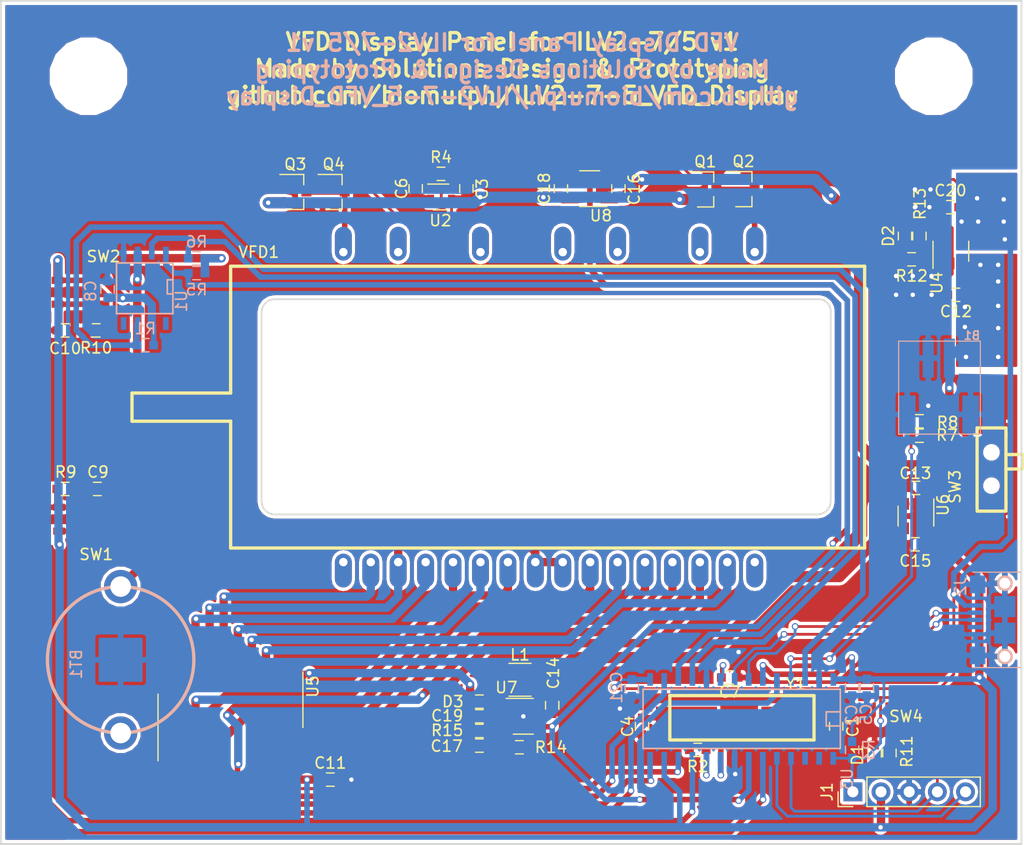
<source format=kicad_pcb>
(kicad_pcb (version 4) (host pcbnew 4.0.6)
  (layers (0 F.Cu signal) (31 B.Cu signal) (34 B.Paste user) (35 F.Paste user) (36 B.SilkS user) (37 F.SilkS user) (38 B.Mask user) (39 F.Mask user) (44 Edge.Cuts user))
  (net 0 "")
  (net 1 GND)
  (net 2 "Net-(BT1-Pad1)")
  (net 3 "Net-(C1-Pad1)")
  (net 4 +3V3)
  (net 5 +2V5)
  (net 6 "Net-(C4-Pad1)")
  (net 7 "Net-(C6-Pad1)")
  (net 8 "Net-(C7-Pad1)")
  (net 9 /BOOT_EN)
  (net 10 /SWITCH_1)
  (net 11 /V_BAT)
  (net 12 +24V)
  (net 13 "Net-(C19-Pad2)")
  (net 14 /PGD)
  (net 15 "Net-(D1-Pad1)")
  (net 16 "Net-(D2-Pad1)")
  (net 17 "Net-(D3-Pad2)")
  (net 18 /MCLR)
  (net 19 /PGC)
  (net 20 /D-)
  (net 21 "Net-(J2-Pad4)")
  (net 22 /D+)
  (net 23 /H_BridgeA)
  (net 24 /CATHODE_AB)
  (net 25 /H_BridgeB)
  (net 26 /CATHODE_CD)
  (net 27 /INT/SQW)
  (net 28 "Net-(R2-Pad1)")
  (net 29 /SCL)
  (net 30 /SDA)
  (net 31 /BAT_SENS)
  (net 32 "Net-(R12-Pad1)")
  (net 33 "Net-(R13-Pad1)")
  (net 34 "Net-(U1-Pad4)")
  (net 35 "Net-(U1-Pad1)")
  (net 36 "Net-(U3-Pad3)")
  (net 37 /VFD_EN)
  (net 38 /DIN)
  (net 39 /CLK)
  (net 40 +5V)
  (net 41 /LOAD)
  (net 42 /BLANK)
  (net 43 /GRID_1)
  (net 44 /GRID_2)
  (net 45 /GRID_4)
  (net 46 /GRID_5)
  (net 47 "Net-(U5-Pad2)")
  (net 48 /DOT)
  (net 49 /g)
  (net 50 /f)
  (net 51 /e)
  (net 52 /d)
  (net 53 /c)
  (net 54 /b)
  (net 55 /a)
  (net 56 "Net-(U6-Pad4)")
  (net 57 "Net-(U8-Pad4)")
  (net 58 "Net-(VFD1-Pad1)")
  (net 59 "Net-(VFD1-Pad16)")
  (net 60 "Net-(VFD1-Pad18)")
  (net 61 "Net-(VFD1-Pad19)")
  (net 62 "Net-(VFD1-Pad20)")
  (net 63 "Net-(VFD1-Pad21)")
  (net 64 "Net-(VFD1-Pad22)")
  (net 65 "Net-(U3-Pad2)")
  (net 66 /BAT_CHRG)
  (module Mounting_Holes:MountingHole_6.4mm_M6 (layer F.Cu) (at 178.6 32)
    (fp_text reference REF**)
    (fp_text value MountingHole_6.4mm_M6)
    (pad 1 np_thru_hole circle (at 0 0) (size 6.4 6.4) (drill 6.4) (layers *.Cu *.Mask))
  )
  (module OpenBCI:JST_RA_SMT (layer B.Cu) (at 180 57.4 180)
    (fp_text reference B1 (at -2.032 2.032 360) (layer B.SilkS) (effects (font (size 0.75 0.75)) (justify mirror)))
    (fp_text value JS_2_Battery)
    (pad 2 smd rect (at 1.905 0 180) (size 1 3.5) (layers B.Cu B.Paste B.Mask) (net 1 GND))
    (pad 1 smd rect (at 0 0 180) (size 1 3.5) (layers B.Cu B.Paste B.Mask) (net 66 /BAT_CHRG))
    (pad 4 smd rect (at 3.7973 -5.08 180) (size 1.5 3.4) (layers B.Cu B.Paste B.Mask) (net 1 GND))
    (pad 3 smd rect (at -1.9177 -5.08 180) (size 1.5 3.4) (layers B.Cu B.Paste B.Mask) (net 1 GND))
  )
  (module Solutions:12BH062-GR (layer B.Cu) (at 105.3 78 270)
    (fp_text reference BT1 (at 7 4 270) (layer B.SilkS) (effects (justify mirror)))
    (fp_text value Battery_Cell)
    (pad 1 thru_hole circle (at 0 0 270) (size 3 3) (drill 1.85) (layers *.Cu *.Mask) (net 2 "Net-(BT1-Pad1)"))
    (pad 1 thru_hole circle (at 13.2 0 270) (size 3 3) (drill 1.85) (layers *.Cu *.Mask) (net 2 "Net-(BT1-Pad1)"))
    (pad 2 smd rect (at 6.6 0 270) (size 3.96 3.96) (layers B.Cu B.Paste B.Mask) (net 1 GND))
  )
  (module Capacitors_SMD:C_0603 (layer F.Cu) (at 169.8 90.6 270)
    (fp_text reference C1 (at 0 -1.5 270) (layer F.SilkS))
    (fp_text value 18pF)
    (pad 2 smd rect (at 0.75 0 270) (size 0.8 0.75) (layers F.Cu F.Paste F.Mask) (net 1 GND))
    (pad 1 smd rect (at -0.75 0 270) (size 0.8 0.75) (layers F.Cu F.Paste F.Mask) (net 3 "Net-(C1-Pad1)"))
  )
  (module Capacitors_SMD:C_0603 (layer B.Cu) (at 171.238 87.082 270)
    (fp_text reference C2 (at 2.4892 0.0508 270) (layer B.SilkS) (effects (justify mirror)))
    (fp_text value 1uF)
    (pad 2 smd rect (at 0.75 0 270) (size 0.8 0.75) (layers B.Cu B.Paste B.Mask) (net 1 GND))
    (pad 1 smd rect (at -0.75 0 270) (size 0.8 0.75) (layers B.Cu B.Paste B.Mask) (net 4 +3V3))
  )
  (module Capacitors_SMD:C_0603 (layer F.Cu) (at 136.4656 42.116 90)
    (fp_text reference C3 (at -0.0508 1.4224 90) (layer F.SilkS))
    (fp_text value 0.1uF)
    (pad 2 smd rect (at 0.75 0 90) (size 0.8 0.75) (layers F.Cu F.Paste F.Mask) (net 1 GND))
    (pad 1 smd rect (at -0.75 0 90) (size 0.8 0.75) (layers F.Cu F.Paste F.Mask) (net 5 +2V5))
  )
  (module Capacitors_SMD:C_0603 (layer F.Cu) (at 152.3 90.6 270)
    (fp_text reference C4 (at 0 1.3 270) (layer F.SilkS))
    (fp_text value 18pF)
    (pad 2 smd rect (at 0.75 0 270) (size 0.8 0.75) (layers F.Cu F.Paste F.Mask) (net 1 GND))
    (pad 1 smd rect (at -0.75 0 270) (size 0.8 0.75) (layers F.Cu F.Paste F.Mask) (net 6 "Net-(C4-Pad1)"))
  )
  (module Capacitors_SMD:C_0603 (layer B.Cu) (at 172.5588 87.082 270)
    (fp_text reference C5 (at 2.4384 0.0508 270) (layer B.SilkS) (effects (justify mirror)))
    (fp_text value 0.1uF)
    (pad 2 smd rect (at 0.75 0 270) (size 0.8 0.75) (layers B.Cu B.Paste B.Mask) (net 1 GND))
    (pad 1 smd rect (at -0.75 0 270) (size 0.8 0.75) (layers B.Cu B.Paste B.Mask) (net 4 +3V3))
  )
  (module Capacitors_SMD:C_0603 (layer F.Cu) (at 131.8936 42.116 270)
    (fp_text reference C6 (at 0 1.27 270) (layer F.SilkS))
    (fp_text value 0.15uF)
    (pad 2 smd rect (at 0.75 0 270) (size 0.8 0.75) (layers F.Cu F.Paste F.Mask) (net 1 GND))
    (pad 1 smd rect (at -0.75 0 270) (size 0.8 0.75) (layers F.Cu F.Paste F.Mask) (net 7 "Net-(C6-Pad1)"))
  )
  (module Capacitors_SMD:C_0603 (layer F.Cu) (at 160.2 86.2)
    (fp_text reference C7 (at 0 1.3) (layer F.SilkS))
    (fp_text value 10uF)
    (pad 2 smd rect (at 0.75 0) (size 0.8 0.75) (layers F.Cu F.Paste F.Mask) (net 1 GND))
    (pad 1 smd rect (at -0.75 0) (size 0.8 0.75) (layers F.Cu F.Paste F.Mask) (net 8 "Net-(C7-Pad1)"))
  )
  (module Capacitors_SMD:C_0603 (layer B.Cu) (at 104.1186 51.2122 90)
    (fp_text reference C8 (at -0.1524 -1.524 90) (layer B.SilkS) (effects (justify mirror)))
    (fp_text value 0.1uF)
    (pad 2 smd rect (at 0.75 0 90) (size 0.8 0.75) (layers B.Cu B.Paste B.Mask) (net 1 GND))
    (pad 1 smd rect (at -0.75 0 90) (size 0.8 0.75) (layers B.Cu B.Paste B.Mask) (net 4 +3V3))
  )
  (module Capacitors_SMD:C_0603 (layer F.Cu) (at 103.2 69.2 180)
    (fp_text reference C9 (at -0.0508 1.524 180) (layer F.SilkS))
    (fp_text value 0.1uF)
    (pad 2 smd rect (at 0.75 0 180) (size 0.8 0.75) (layers F.Cu F.Paste F.Mask) (net 1 GND))
    (pad 1 smd rect (at -0.75 0 180) (size 0.8 0.75) (layers F.Cu F.Paste F.Mask) (net 9 /BOOT_EN))
  )
  (module Capacitors_SMD:C_0603 (layer F.Cu) (at 100.2984 54.906)
    (fp_text reference C10 (at 0 1.6256) (layer F.SilkS))
    (fp_text value 0.1uF)
    (pad 2 smd rect (at 0.75 0) (size 0.8 0.75) (layers F.Cu F.Paste F.Mask) (net 1 GND))
    (pad 1 smd rect (at -0.75 0) (size 0.8 0.75) (layers F.Cu F.Paste F.Mask) (net 10 /SWITCH_1))
  )
  (module Capacitors_SMD:C_0603 (layer F.Cu) (at 124.2 95.4)
    (fp_text reference C11 (at 0 -1.5) (layer F.SilkS))
    (fp_text value 0.1uF)
    (pad 2 smd rect (at 0.75 0) (size 0.8 0.75) (layers F.Cu F.Paste F.Mask) (net 1 GND))
    (pad 1 smd rect (at -0.75 0) (size 0.8 0.75) (layers F.Cu F.Paste F.Mask) (net 4 +3V3))
  )
  (module Capacitors_SMD:C_0603 (layer F.Cu) (at 180.6 51.7 180)
    (fp_text reference C12 (at 0 -1.5 180) (layer F.SilkS))
    (fp_text value 10uF)
    (pad 2 smd rect (at 0.75 0 180) (size 0.8 0.75) (layers F.Cu F.Paste F.Mask) (net 1 GND))
    (pad 1 smd rect (at -0.75 0 180) (size 0.8 0.75) (layers F.Cu F.Paste F.Mask) (net 66 /BAT_CHRG))
  )
  (module Capacitors_SMD:C_0603 (layer F.Cu) (at 176.986975 69.106179 180)
    (fp_text reference C13 (at 0.0508 1.3208 180) (layer F.SilkS))
    (fp_text value 1uF)
    (pad 2 smd rect (at 0.75 0 180) (size 0.8 0.75) (layers F.Cu F.Paste F.Mask) (net 1 GND))
    (pad 1 smd rect (at -0.75 0 180) (size 0.8 0.75) (layers F.Cu F.Paste F.Mask) (net 11 /V_BAT))
  )
  (module Capacitors_SMD:C_0603 (layer F.Cu) (at 144.2 88.7 270)
    (fp_text reference C14 (at -2.8956 -0.1016 270) (layer F.SilkS))
    (fp_text value "22uF 6.3V")
    (pad 2 smd rect (at 0.75 0 270) (size 0.8 0.75) (layers F.Cu F.Paste F.Mask) (net 1 GND))
    (pad 1 smd rect (at -0.75 0 270) (size 0.8 0.75) (layers F.Cu F.Paste F.Mask) (net 11 /V_BAT))
  )
  (module Capacitors_SMD:C_0603 (layer F.Cu) (at 176.936174 74.186179 180)
    (fp_text reference C15 (at 0 -1.5 180) (layer F.SilkS))
    (fp_text value 1uF)
    (pad 2 smd rect (at 0.75 0 180) (size 0.8 0.75) (layers F.Cu F.Paste F.Mask) (net 1 GND))
    (pad 1 smd rect (at -0.75 0 180) (size 0.8 0.75) (layers F.Cu F.Paste F.Mask) (net 4 +3V3))
  )
  (module Capacitors_SMD:C_0603 (layer F.Cu) (at 150.1672 42.1284 90)
    (fp_text reference C16 (at -0.0508 1.4224 90) (layer F.SilkS))
    (fp_text value 1uF)
    (pad 2 smd rect (at 0.75 0 90) (size 0.8 0.75) (layers F.Cu F.Paste F.Mask) (net 1 GND))
    (pad 1 smd rect (at -0.75 0 90) (size 0.8 0.75) (layers F.Cu F.Paste F.Mask) (net 11 /V_BAT))
  )
  (module Capacitors_SMD:C_0603 (layer F.Cu) (at 137.6336 92.332)
    (fp_text reference C17 (at -2.9464 0.0508) (layer F.SilkS))
    (fp_text value "4.7uF 50V")
    (pad 2 smd rect (at 0.75 0) (size 0.8 0.75) (layers F.Cu F.Paste F.Mask) (net 1 GND))
    (pad 1 smd rect (at -0.75 0) (size 0.8 0.75) (layers F.Cu F.Paste F.Mask) (net 12 +24V))
  )
  (module Capacitors_SMD:C_0603 (layer F.Cu) (at 144.9856 42.1284 90)
    (fp_text reference C18 (at 0 -1.5 90) (layer F.SilkS))
    (fp_text value 1uF)
    (pad 2 smd rect (at 0.75 0 90) (size 0.8 0.75) (layers F.Cu F.Paste F.Mask) (net 1 GND))
    (pad 1 smd rect (at -0.75 0 90) (size 0.8 0.75) (layers F.Cu F.Paste F.Mask) (net 5 +2V5))
  )
  (module Capacitors_SMD:C_0603 (layer F.Cu) (at 137.6336 89.6904)
    (fp_text reference C19 (at -2.8956 -0.0508) (layer F.SilkS))
    (fp_text value "470pF 50V")
    (pad 2 smd rect (at 0.75 0) (size 0.8 0.75) (layers F.Cu F.Paste F.Mask) (net 13 "Net-(C19-Pad2)"))
    (pad 1 smd rect (at -0.75 0) (size 0.8 0.75) (layers F.Cu F.Paste F.Mask) (net 12 +24V))
  )
  (module Capacitors_SMD:C_0603 (layer F.Cu) (at 174.6 93 90)
    (fp_text reference D1 (at -0.1524 -2.8956 90) (layer F.SilkS))
    (fp_text value LED)
    (pad 2 smd rect (at 0.75 0 90) (size 0.8 0.75) (layers F.Cu F.Paste F.Mask) (net 14 /PGD))
    (pad 1 smd rect (at -0.75 0 90) (size 0.8 0.75) (layers F.Cu F.Paste F.Mask) (net 15 "Net-(D1-Pad1)"))
  )
  (module Capacitors_SMD:C_0603 (layer F.Cu) (at 176 46.4 90)
    (fp_text reference D2 (at 0 -1.5 90) (layer F.SilkS))
    (fp_text value LED)
    (pad 2 smd rect (at 0.75 0 90) (size 0.8 0.75) (layers F.Cu F.Paste F.Mask) (net 40 +5V))
    (pad 1 smd rect (at -0.75 0 90) (size 0.8 0.75) (layers F.Cu F.Paste F.Mask) (net 16 "Net-(D2-Pad1)"))
  )
  (module Capacitors_SMD:C_0603 (layer F.Cu) (at 137.6336 88.3696)
    (fp_text reference D3 (at -2.3876 0) (layer F.SilkS))
    (fp_text value "500mA 30V")
    (pad 2 smd rect (at 0.75 0) (size 0.8 0.75) (layers F.Cu F.Paste F.Mask) (net 17 "Net-(D3-Pad2)"))
    (pad 1 smd rect (at -0.75 0) (size 0.8 0.75) (layers F.Cu F.Paste F.Mask) (net 12 +24V))
  )
  (module Solutions:10118193_microUSB (layer B.Cu) (at 185 81 270)
    (fp_text reference J2 (at -3 4 270) (layer B.SilkS) (effects (justify mirror)))
    (fp_text value USB_OTG)
    (pad 10 thru_hole oval (at -3.3 0 270) (size 1.4 1.4) (drill 1) (layers *.Cu *.Mask B.SilkS) (net 1 GND))
    (pad 9 smd rect (at 1.2 0 270) (size 1.9 1.9) (layers B.Cu B.Paste B.Mask) (net 1 GND))
    (pad 7 smd rect (at 3.2 2.45 270) (size 1.6 1.4) (layers B.Cu B.Paste B.Mask) (net 1 GND))
    (pad 1 smd rect (at -1.3 2.675 270) (size 0.4 1.35) (layers B.Cu B.Paste B.Mask) (net 40 +5V))
    (pad 2 smd rect (at -0.65 2.675 270) (size 0.4 1.35) (layers B.Cu B.Paste B.Mask) (net 20 /D-))
    (pad 5 smd rect (at 1.3 2.675 270) (size 0.4 1.35) (layers B.Cu B.Paste B.Mask) (net 1 GND))
    (pad 4 smd rect (at 0.65 2.675 270) (size 0.4 1.35) (layers B.Cu B.Paste B.Mask) (net 21 "Net-(J2-Pad4)"))
    (pad 3 smd rect (at 0 2.675 270) (size 0.4 1.35) (layers B.Cu B.Paste B.Mask) (net 22 /D+))
    (pad 6 smd rect (at -3.2 2.45 270) (size 1.6 1.4) (layers B.Cu B.Paste B.Mask) (net 1 GND))
    (pad 8 smd rect (at -1.2 0 270) (size 1.9 1.9) (layers B.Cu B.Paste B.Mask) (net 1 GND))
    (pad 11 thru_hole oval (at 3.3 0 270) (size 1.4 1.4) (drill 1) (layers *.Cu *.Mask B.SilkS) (net 1 GND))
  )
  (module TO_SOT_Packages_SMD:SOT-23 (layer F.Cu) (at 158 42.2)
    (fp_text reference Q1 (at 0 -2.5) (layer F.SilkS))
    (fp_text value BSS84)
    (pad 1 smd rect (at -1 -0.95) (size 0.9 0.8) (layers F.Cu F.Paste F.Mask) (net 23 /H_BridgeA))
    (pad 2 smd rect (at -1 0.95) (size 0.9 0.8) (layers F.Cu F.Paste F.Mask) (net 5 +2V5))
    (pad 3 smd rect (at 1 0) (size 0.9 0.8) (layers F.Cu F.Paste F.Mask) (net 24 /CATHODE_AB))
  )
  (module TO_SOT_Packages_SMD:SOT-23 (layer F.Cu) (at 161.4456 42.1764)
    (fp_text reference Q2 (at 0 -2.5) (layer F.SilkS))
    (fp_text value BSS138)
    (pad 1 smd rect (at -1 -0.95) (size 0.9 0.8) (layers F.Cu F.Paste F.Mask) (net 23 /H_BridgeA))
    (pad 2 smd rect (at -1 0.95) (size 0.9 0.8) (layers F.Cu F.Paste F.Mask) (net 1 GND))
    (pad 3 smd rect (at 1 0) (size 0.9 0.8) (layers F.Cu F.Paste F.Mask) (net 24 /CATHODE_AB))
  )
  (module TO_SOT_Packages_SMD:SOT-23 (layer F.Cu) (at 121.0452 42.4304)
    (fp_text reference Q3 (at 0 -2.5) (layer F.SilkS))
    (fp_text value BSS84)
    (pad 1 smd rect (at -1 -0.95) (size 0.9 0.8) (layers F.Cu F.Paste F.Mask) (net 25 /H_BridgeB))
    (pad 2 smd rect (at -1 0.95) (size 0.9 0.8) (layers F.Cu F.Paste F.Mask) (net 5 +2V5))
    (pad 3 smd rect (at 1 0) (size 0.9 0.8) (layers F.Cu F.Paste F.Mask) (net 26 /CATHODE_CD))
  )
  (module TO_SOT_Packages_SMD:SOT-23 (layer F.Cu) (at 124.4996 42.4304)
    (fp_text reference Q4 (at 0 -2.5) (layer F.SilkS))
    (fp_text value BSS138)
    (pad 1 smd rect (at -1 -0.95) (size 0.9 0.8) (layers F.Cu F.Paste F.Mask) (net 25 /H_BridgeB))
    (pad 2 smd rect (at -1 0.95) (size 0.9 0.8) (layers F.Cu F.Paste F.Mask) (net 1 GND))
    (pad 3 smd rect (at 1 0) (size 0.9 0.8) (layers F.Cu F.Paste F.Mask) (net 26 /CATHODE_CD))
  )
  (module Capacitors_SMD:C_0603 (layer B.Cu) (at 107.5222 56.2414 180)
    (fp_text reference R1 (at 0 1.5 180) (layer B.SilkS) (effects (justify mirror)))
    (fp_text value 10k)
    (pad 2 smd rect (at 0.75 0 180) (size 0.8 0.75) (layers B.Cu B.Paste B.Mask) (net 27 /INT/SQW))
    (pad 1 smd rect (at -0.75 0 180) (size 0.8 0.75) (layers B.Cu B.Paste B.Mask) (net 4 +3V3))
  )
  (module Capacitors_SMD:C_0603 (layer F.Cu) (at 157.3188 92.7208 180)
    (fp_text reference R2 (at 0 -1.5 180) (layer F.SilkS))
    (fp_text value 680R)
    (pad 2 smd rect (at 0.75 0 180) (size 0.8 0.75) (layers F.Cu F.Paste F.Mask) (net 6 "Net-(C4-Pad1)"))
    (pad 1 smd rect (at -0.75 0 180) (size 0.8 0.75) (layers F.Cu F.Paste F.Mask) (net 28 "Net-(R2-Pad1)"))
  )
  (module Capacitors_SMD:C_0603 (layer B.Cu) (at 171.238 92.7208 90)
    (fp_text reference R3 (at 0 1.5 90) (layer B.SilkS) (effects (justify mirror)))
    (fp_text value 10K)
    (pad 2 smd rect (at 0.75 0 90) (size 0.8 0.75) (layers B.Cu B.Paste B.Mask) (net 4 +3V3))
    (pad 1 smd rect (at -0.75 0 90) (size 0.8 0.75) (layers B.Cu B.Paste B.Mask) (net 18 /MCLR))
  )
  (module Capacitors_SMD:C_0603 (layer F.Cu) (at 134.1796 40.7952)
    (fp_text reference R4 (at 0 -1.5) (layer F.SilkS))
    (fp_text value 10k)
    (pad 2 smd rect (at 0.75 0) (size 0.8 0.75) (layers F.Cu F.Paste F.Mask) (net 23 /H_BridgeA))
    (pad 1 smd rect (at -0.75 0) (size 0.8 0.75) (layers F.Cu F.Paste F.Mask) (net 7 "Net-(C6-Pad1)"))
  )
  (module Capacitors_SMD:C_0603 (layer B.Cu) (at 112.145 49.739)
    (fp_text reference R5 (at 0 1.5) (layer B.SilkS) (effects (justify mirror)))
    (fp_text value 10k)
    (pad 2 smd rect (at 0.75 0) (size 0.8 0.75) (layers B.Cu B.Paste B.Mask) (net 4 +3V3))
    (pad 1 smd rect (at -0.75 0) (size 0.8 0.75) (layers B.Cu B.Paste B.Mask) (net 29 /SCL))
  )
  (module Capacitors_SMD:C_0603 (layer B.Cu) (at 112.145 48.4182 180)
    (fp_text reference R6 (at 0 1.5 180) (layer B.SilkS) (effects (justify mirror)))
    (fp_text value 10k)
    (pad 2 smd rect (at 0.75 0 180) (size 0.8 0.75) (layers B.Cu B.Paste B.Mask) (net 30 /SDA))
    (pad 1 smd rect (at -0.75 0 180) (size 0.8 0.75) (layers B.Cu B.Paste B.Mask) (net 4 +3V3))
  )
  (module Capacitors_SMD:C_0603 (layer F.Cu) (at 177.3 64.4)
    (fp_text reference R7 (at 2.4892 -0.0508) (layer F.SilkS))
    (fp_text value 100K)
    (pad 2 smd rect (at 0.75 0) (size 0.8 0.75) (layers F.Cu F.Paste F.Mask) (net 11 /V_BAT))
    (pad 1 smd rect (at -0.75 0) (size 0.8 0.75) (layers F.Cu F.Paste F.Mask) (net 31 /BAT_SENS))
  )
  (module Capacitors_SMD:C_0603 (layer F.Cu) (at 177.3 63.1 180)
    (fp_text reference R8 (at -2.54 -0.1016 180) (layer F.SilkS))
    (fp_text value 100K)
    (pad 2 smd rect (at 0.75 0 180) (size 0.8 0.75) (layers F.Cu F.Paste F.Mask) (net 31 /BAT_SENS))
    (pad 1 smd rect (at -0.75 0 180) (size 0.8 0.75) (layers F.Cu F.Paste F.Mask) (net 1 GND))
  )
  (module Capacitors_SMD:C_0603 (layer F.Cu) (at 100.3 69.2 180)
    (fp_text reference R9 (at -0.0508 1.524 180) (layer F.SilkS))
    (fp_text value 10k)
    (pad 2 smd rect (at 0.75 0 180) (size 0.8 0.75) (layers F.Cu F.Paste F.Mask) (net 9 /BOOT_EN))
    (pad 1 smd rect (at -0.75 0 180) (size 0.8 0.75) (layers F.Cu F.Paste F.Mask) (net 1 GND))
  )
  (module Capacitors_SMD:C_0603 (layer F.Cu) (at 103.0924 54.906)
    (fp_text reference R10 (at 0 1.5748) (layer F.SilkS))
    (fp_text value 10k)
    (pad 2 smd rect (at 0.75 0) (size 0.8 0.75) (layers F.Cu F.Paste F.Mask) (net 10 /SWITCH_1))
    (pad 1 smd rect (at -0.75 0) (size 0.8 0.75) (layers F.Cu F.Paste F.Mask) (net 1 GND))
  )
  (module Capacitors_SMD:C_0603 (layer F.Cu) (at 173.27 93.0256 270)
    (fp_text reference R11 (at -0.1524 -2.8956 270) (layer F.SilkS))
    (fp_text value 1k)
    (pad 2 smd rect (at 0.75 0 270) (size 0.8 0.75) (layers F.Cu F.Paste F.Mask) (net 15 "Net-(D1-Pad1)"))
    (pad 1 smd rect (at -0.75 0 270) (size 0.8 0.75) (layers F.Cu F.Paste F.Mask) (net 1 GND))
  )
  (module Capacitors_SMD:C_0603 (layer F.Cu) (at 176.6 48.5 180)
    (fp_text reference R12 (at 0 -1.5 180) (layer F.SilkS))
    (fp_text value 1K)
    (pad 2 smd rect (at 0.75 0 180) (size 0.8 0.75) (layers F.Cu F.Paste F.Mask) (net 16 "Net-(D2-Pad1)"))
    (pad 1 smd rect (at -0.75 0 180) (size 0.8 0.75) (layers F.Cu F.Paste F.Mask) (net 32 "Net-(R12-Pad1)"))
  )
  (module Capacitors_SMD:C_0603 (layer F.Cu) (at 177.3 46.4 90)
    (fp_text reference R13 (at 2.8956 0.0508 90) (layer F.SilkS))
    (fp_text value R)
    (pad 2 smd rect (at 0.75 0 90) (size 0.8 0.75) (layers F.Cu F.Paste F.Mask) (net 1 GND))
    (pad 1 smd rect (at -0.75 0 90) (size 0.8 0.75) (layers F.Cu F.Paste F.Mask) (net 33 "Net-(R13-Pad1)"))
  )
  (module Capacitors_SMD:C_0603 (layer F.Cu) (at 141.2404 92.4844)
    (fp_text reference R14 (at 2.8448 0) (layer F.SilkS))
    (fp_text value 10K)
    (pad 2 smd rect (at 0.75 0) (size 0.8 0.75) (layers F.Cu F.Paste F.Mask) (net 1 GND))
    (pad 1 smd rect (at -0.75 0) (size 0.8 0.75) (layers F.Cu F.Paste F.Mask) (net 13 "Net-(C19-Pad2)"))
  )
  (module Capacitors_SMD:C_0603 (layer F.Cu) (at 137.6336 91.0112)
    (fp_text reference R15 (at -2.8956 -0.0508) (layer F.SilkS))
    (fp_text value 150K)
    (pad 2 smd rect (at 0.75 0) (size 0.8 0.75) (layers F.Cu F.Paste F.Mask) (net 13 "Net-(C19-Pad2)"))
    (pad 1 smd rect (at -0.75 0) (size 0.8 0.75) (layers F.Cu F.Paste F.Mask) (net 12 +24V))
  )
  (module OpenBCI:PTS810 (layer F.Cu) (at 102.7 72.3 180)
    (fp_text reference SW1 (at -0.4 -2.8 180) (layer F.SilkS))
    (fp_text value TACT_SWITCH)
    (pad 1 smd rect (at -1.2 -0.7 180) (size 1.05 0.65) (layers F.Cu F.Paste F.Mask) (net 4 +3V3))
    (pad 2 smd rect (at 2.95 -0.7 180) (size 1.05 0.65) (layers F.Cu F.Paste F.Mask) (net 4 +3V3))
    (pad 3 smd rect (at -1.2 1.45 180) (size 1.05 0.65) (layers F.Cu F.Paste F.Mask) (net 9 /BOOT_EN))
    (pad 4 smd rect (at 2.95 1.45 180) (size 1.05 0.65) (layers F.Cu F.Paste F.Mask) (net 9 /BOOT_EN))
  )
  (module OpenBCI:PTS810 (layer F.Cu) (at 100.8064 51.096)
    (fp_text reference SW2 (at 2.95 -2.85) (layer F.SilkS))
    (fp_text value TACT_SWITCH)
    (pad 1 smd rect (at -1.2 -0.7) (size 1.05 0.65) (layers F.Cu F.Paste F.Mask) (net 4 +3V3))
    (pad 2 smd rect (at 2.95 -0.7) (size 1.05 0.65) (layers F.Cu F.Paste F.Mask) (net 4 +3V3))
    (pad 3 smd rect (at -1.2 1.45) (size 1.05 0.65) (layers F.Cu F.Paste F.Mask) (net 10 /SWITCH_1))
    (pad 4 smd rect (at 2.95 1.45) (size 1.05 0.65) (layers F.Cu F.Paste F.Mask) (net 10 /SWITCH_1))
  )
  (module SMD_Packages:SOIC-8-N (layer B.Cu) (at 107.4714 51.1106 180)
    (fp_text reference U1 (at -3.302 -1.1684 450) (layer B.SilkS) (effects (justify mirror)))
    (fp_text value DS3231M)
    (pad 8 smd rect (at -1.905 3.175 180) (size 0.508 1.143) (layers B.Cu B.Paste B.Mask) (net 29 /SCL))
    (pad 7 smd rect (at -0.635 3.175 180) (size 0.508 1.143) (layers B.Cu B.Paste B.Mask) (net 30 /SDA))
    (pad 6 smd rect (at 0.635 3.175 180) (size 0.508 1.143) (layers B.Cu B.Paste B.Mask) (net 2 "Net-(BT1-Pad1)"))
    (pad 5 smd rect (at 1.905 3.175 180) (size 0.508 1.143) (layers B.Cu B.Paste B.Mask) (net 1 GND))
    (pad 4 smd rect (at 1.905 -3.175 180) (size 0.508 1.143) (layers B.Cu B.Paste B.Mask) (net 34 "Net-(U1-Pad4)"))
    (pad 3 smd rect (at 0.635 -3.175 180) (size 0.508 1.143) (layers B.Cu B.Paste B.Mask) (net 27 /INT/SQW))
    (pad 2 smd rect (at -0.635 -3.175 180) (size 0.508 1.143) (layers B.Cu B.Paste B.Mask) (net 4 +3V3))
    (pad 1 smd rect (at -1.905 -3.175 180) (size 0.508 1.143) (layers B.Cu B.Paste B.Mask) (net 35 "Net-(U1-Pad1)"))
  )
  (module TO_SOT_Packages_SMD:SOT-363_SC-70-6 (layer F.Cu) (at 134.1796 42.878)
    (fp_text reference U2 (at -0.0508 2.1336) (layer F.SilkS))
    (fp_text value 74HC2G14)
    (pad 1 smd rect (at -0.95 -0.65) (size 0.65 0.4) (layers F.Cu F.Paste F.Mask) (net 7 "Net-(C6-Pad1)"))
    (pad 3 smd rect (at -0.95 0.65) (size 0.65 0.4) (layers F.Cu F.Paste F.Mask) (net 23 /H_BridgeA))
    (pad 5 smd rect (at 0.95 0) (size 0.65 0.4) (layers F.Cu F.Paste F.Mask) (net 5 +2V5))
    (pad 2 smd rect (at -0.95 0) (size 0.65 0.4) (layers F.Cu F.Paste F.Mask) (net 1 GND))
    (pad 4 smd rect (at 0.95 0.65) (size 0.65 0.4) (layers F.Cu F.Paste F.Mask) (net 25 /H_BridgeB))
    (pad 6 smd rect (at 0.95 -0.65) (size 0.65 0.4) (layers F.Cu F.Paste F.Mask) (net 23 /H_BridgeA))
  )
  (module SMD_Packages:SOIC-28 (layer B.Cu) (at 161.2812 89.9268 180)
    (fp_text reference U3 (at -9.4996 -5.4356 450) (layer B.SilkS) (effects (justify mirror)))
    (fp_text value PIC32MX250F128B)
    (pad 1 smd rect (at -8.255 -3.556 180) (size 0.508 1.143) (layers B.Cu B.Paste B.Mask) (net 18 /MCLR))
    (pad 2 smd rect (at -6.985 -3.556 180) (size 0.508 1.143) (layers B.Cu B.Paste B.Mask) (net 65 "Net-(U3-Pad2)"))
    (pad 3 smd rect (at -5.715 -3.556 180) (size 0.508 1.143) (layers B.Cu B.Paste B.Mask) (net 36 "Net-(U3-Pad3)"))
    (pad 4 smd rect (at -4.445 -3.556 180) (size 0.508 1.143) (layers B.Cu B.Paste B.Mask) (net 14 /PGD))
    (pad 5 smd rect (at -3.175 -3.556 180) (size 0.508 1.143) (layers B.Cu B.Paste B.Mask) (net 19 /PGC))
    (pad 6 smd rect (at -1.905 -3.556 180) (size 0.508 1.143) (layers B.Cu B.Paste B.Mask) (net 10 /SWITCH_1))
    (pad 7 smd rect (at -0.635 -3.556 180) (size 0.508 1.143) (layers B.Cu B.Paste B.Mask) (net 37 /VFD_EN))
    (pad 8 smd rect (at 0.635 -3.556 180) (size 0.508 1.143) (layers B.Cu B.Paste B.Mask) (net 1 GND))
    (pad 9 smd rect (at 1.905 -3.556 180) (size 0.508 1.143) (layers B.Cu B.Paste B.Mask) (net 3 "Net-(C1-Pad1)"))
    (pad 10 smd rect (at 3.175 -3.556 180) (size 0.508 1.143) (layers B.Cu B.Paste B.Mask) (net 28 "Net-(R2-Pad1)"))
    (pad 11 smd rect (at 4.445 -3.556 180) (size 0.508 1.143) (layers B.Cu B.Paste B.Mask) (net 9 /BOOT_EN))
    (pad 12 smd rect (at 5.715 -3.556 180) (size 0.508 1.143) (layers B.Cu B.Paste B.Mask) (net 38 /DIN))
    (pad 13 smd rect (at 6.985 -3.556 180) (size 0.508 1.143) (layers B.Cu B.Paste B.Mask) (net 4 +3V3))
    (pad 14 smd rect (at 8.255 -3.556 180) (size 0.508 1.143) (layers B.Cu B.Paste B.Mask) (net 39 /CLK))
    (pad 15 smd rect (at 8.255 3.556 180) (size 0.508 1.143) (layers B.Cu B.Paste B.Mask) (net 40 +5V))
    (pad 16 smd rect (at 6.985 3.556 180) (size 0.508 1.143) (layers B.Cu B.Paste B.Mask) (net 41 /LOAD))
    (pad 17 smd rect (at 5.715 3.556 180) (size 0.508 1.143) (layers B.Cu B.Paste B.Mask) (net 29 /SCL))
    (pad 18 smd rect (at 4.445 3.556 180) (size 0.508 1.143) (layers B.Cu B.Paste B.Mask) (net 30 /SDA))
    (pad 19 smd rect (at 3.175 3.556 180) (size 0.508 1.143) (layers B.Cu B.Paste B.Mask) (net 1 GND))
    (pad 20 smd rect (at 1.905 3.556 180) (size 0.508 1.143) (layers B.Cu B.Paste B.Mask) (net 8 "Net-(C7-Pad1)"))
    (pad 21 smd rect (at 0.635 3.556 180) (size 0.508 1.143) (layers B.Cu B.Paste B.Mask) (net 22 /D+))
    (pad 22 smd rect (at -0.635 3.556 180) (size 0.508 1.143) (layers B.Cu B.Paste B.Mask) (net 20 /D-))
    (pad 23 smd rect (at -1.905 3.556 180) (size 0.508 1.143) (layers B.Cu B.Paste B.Mask) (net 4 +3V3))
    (pad 24 smd rect (at -3.175 3.556 180) (size 0.508 1.143) (layers B.Cu B.Paste B.Mask) (net 42 /BLANK))
    (pad 25 smd rect (at -4.445 3.556 180) (size 0.508 1.143) (layers B.Cu B.Paste B.Mask) (net 31 /BAT_SENS))
    (pad 26 smd rect (at -5.715 3.556 180) (size 0.508 1.143) (layers B.Cu B.Paste B.Mask) (net 27 /INT/SQW))
    (pad 27 smd rect (at -6.985 3.556 180) (size 0.508 1.143) (layers B.Cu B.Paste B.Mask) (net 1 GND))
    (pad 28 smd rect (at -8.255 3.556 180) (size 0.508 1.143) (layers B.Cu B.Paste B.Mask) (net 4 +3V3))
  )
  (module TO_SOT_Packages_SMD:SOT-23-5 (layer F.Cu) (at 180.1372 47.7728 90)
    (fp_text reference U4 (at -2.8448 -1.27 90) (layer F.SilkS))
    (fp_text value MCP73831)
    (pad 1 smd rect (at -1.1 -0.95 90) (size 1.06 0.65) (layers F.Cu F.Paste F.Mask) (net 32 "Net-(R12-Pad1)"))
    (pad 2 smd rect (at -1.1 0 90) (size 1.06 0.65) (layers F.Cu F.Paste F.Mask) (net 1 GND))
    (pad 3 smd rect (at -1.1 0.95 90) (size 1.06 0.65) (layers F.Cu F.Paste F.Mask) (net 66 /BAT_CHRG))
    (pad 4 smd rect (at 1.1 0.95 90) (size 1.06 0.65) (layers F.Cu F.Paste F.Mask) (net 40 +5V))
    (pad 5 smd rect (at 1.1 -0.95 90) (size 1.06 0.65) (layers F.Cu F.Paste F.Mask) (net 33 "Net-(R13-Pad1)"))
  )
  (module Housings_SOIC:SO-20_12.8x7.5mm_Pitch1.27mm (layer F.Cu) (at 115.2 90.7 270)
    (fp_text reference U5 (at -3.69 -7.42 270) (layer F.SilkS))
    (fp_text value MAX6920)
    (pad 6 smd rect (at -4.75 0.635 270) (size 1.5 0.6) (layers F.Cu F.Paste F.Mask) (net 43 /GRID_1))
    (pad 5 smd rect (at -4.75 -0.635 270) (size 1.5 0.6) (layers F.Cu F.Paste F.Mask) (net 44 /GRID_2))
    (pad 4 smd rect (at -4.75 -1.905 270) (size 1.5 0.6) (layers F.Cu F.Paste F.Mask) (net 45 /GRID_4))
    (pad 3 smd rect (at -4.75 -3.175 270) (size 1.5 0.6) (layers F.Cu F.Paste F.Mask) (net 46 /GRID_5))
    (pad 2 smd rect (at -4.75 -4.445 270) (size 1.5 0.6) (layers F.Cu F.Paste F.Mask) (net 47 "Net-(U5-Pad2)"))
    (pad 1 smd rect (at -4.75 -5.715 270) (size 1.5 0.6) (layers F.Cu F.Paste F.Mask) (net 12 +24V))
    (pad 7 smd rect (at -4.75 1.905 270) (size 1.5 0.6) (layers F.Cu F.Paste F.Mask) (net 48 /DOT))
    (pad 8 smd rect (at -4.75 3.175 270) (size 1.5 0.6) (layers F.Cu F.Paste F.Mask) (net 49 /g))
    (pad 9 smd rect (at -4.75 4.445 270) (size 1.5 0.6) (layers F.Cu F.Paste F.Mask) (net 42 /BLANK))
    (pad 10 smd rect (at -4.75 5.715 270) (size 1.5 0.6) (layers F.Cu F.Paste F.Mask) (net 1 GND))
    (pad 11 smd rect (at 4.75 5.715 270) (size 1.5 0.6) (layers F.Cu F.Paste F.Mask) (net 39 /CLK))
    (pad 12 smd rect (at 4.75 4.445 270) (size 1.5 0.6) (layers F.Cu F.Paste F.Mask) (net 41 /LOAD))
    (pad 13 smd rect (at 4.75 3.175 270) (size 1.5 0.6) (layers F.Cu F.Paste F.Mask) (net 50 /f))
    (pad 14 smd rect (at 4.75 1.905 270) (size 1.5 0.6) (layers F.Cu F.Paste F.Mask) (net 51 /e))
    (pad 15 smd rect (at 4.75 0.635 270) (size 1.5 0.6) (layers F.Cu F.Paste F.Mask) (net 52 /d))
    (pad 16 smd rect (at 4.75 -0.635 270) (size 1.5 0.6) (layers F.Cu F.Paste F.Mask) (net 53 /c))
    (pad 17 smd rect (at 4.75 -1.905 270) (size 1.5 0.6) (layers F.Cu F.Paste F.Mask) (net 54 /b))
    (pad 18 smd rect (at 4.75 -3.175 270) (size 1.5 0.6) (layers F.Cu F.Paste F.Mask) (net 55 /a))
    (pad 19 smd rect (at 4.75 -4.445 270) (size 1.5 0.6) (layers F.Cu F.Paste F.Mask) (net 38 /DIN))
    (pad 20 smd rect (at 4.75 -5.715 270) (size 1.5 0.6) (layers F.Cu F.Paste F.Mask) (net 4 +3V3))
  )
  (module TO_SOT_Packages_SMD:SOT-23-5 (layer F.Cu) (at 176.986974 71.646178 270)
    (fp_text reference U6 (at -1.016 -2.4384 270) (layer F.SilkS))
    (fp_text value MIC5317)
    (pad 1 smd rect (at -1.1 -0.95 270) (size 1.06 0.65) (layers F.Cu F.Paste F.Mask) (net 11 /V_BAT))
    (pad 2 smd rect (at -1.1 0 270) (size 1.06 0.65) (layers F.Cu F.Paste F.Mask) (net 1 GND))
    (pad 3 smd rect (at -1.1 0.95 270) (size 1.06 0.65) (layers F.Cu F.Paste F.Mask) (net 11 /V_BAT))
    (pad 4 smd rect (at 1.1 0.95 270) (size 1.06 0.65) (layers F.Cu F.Paste F.Mask) (net 56 "Net-(U6-Pad4)"))
    (pad 5 smd rect (at 1.1 -0.95 270) (size 1.06 0.65) (layers F.Cu F.Paste F.Mask) (net 4 +3V3))
  )
  (module TO_SOT_Packages_SMD:SOT-23-5 (layer F.Cu) (at 141.596 89.6904)
    (fp_text reference U7 (at -1.524 -2.5908) (layer F.SilkS))
    (fp_text value LMR62421)
    (pad 1 smd rect (at -1.1 -0.95) (size 1.06 0.65) (layers F.Cu F.Paste F.Mask) (net 17 "Net-(D3-Pad2)"))
    (pad 2 smd rect (at -1.1 0) (size 1.06 0.65) (layers F.Cu F.Paste F.Mask) (net 1 GND))
    (pad 3 smd rect (at -1.1 0.95) (size 1.06 0.65) (layers F.Cu F.Paste F.Mask) (net 13 "Net-(C19-Pad2)"))
    (pad 4 smd rect (at 1.1 0.95) (size 1.06 0.65) (layers F.Cu F.Paste F.Mask) (net 37 /VFD_EN))
    (pad 5 smd rect (at 1.1 -0.95) (size 1.06 0.65) (layers F.Cu F.Paste F.Mask) (net 11 /V_BAT))
  )
  (module TO_SOT_Packages_SMD:SOT-23-5 (layer F.Cu) (at 147.5764 42.1284 180)
    (fp_text reference U8 (at -1.016 -2.4384 180) (layer F.SilkS))
    (fp_text value MIC5317)
    (pad 1 smd rect (at -1.1 -0.95 180) (size 1.06 0.65) (layers F.Cu F.Paste F.Mask) (net 11 /V_BAT))
    (pad 2 smd rect (at -1.1 0 180) (size 1.06 0.65) (layers F.Cu F.Paste F.Mask) (net 1 GND))
    (pad 3 smd rect (at -1.1 0.95 180) (size 1.06 0.65) (layers F.Cu F.Paste F.Mask) (net 37 /VFD_EN))
    (pad 4 smd rect (at 1.1 0.95 180) (size 1.06 0.65) (layers F.Cu F.Paste F.Mask) (net 57 "Net-(U8-Pad4)"))
    (pad 5 smd rect (at 1.1 -0.95 180) (size 1.06 0.65) (layers F.Cu F.Paste F.Mask) (net 5 +2V5))
  )
  (module Solutions:IVL2-7-5 (layer F.Cu) (at 125.3744 75.7936)
    (fp_text reference VFD1 (at -7.62 -27.94) (layer F.SilkS))
    (fp_text value ILV2-7/5)
    (pad 1 thru_hole oval (at 0 0) (size 1.524 3.048) (drill 0.762 (offset 0 0.762)) (layers *.Cu *.Mask) (net 58 "Net-(VFD1-Pad1)"))
    (pad 2 thru_hole oval (at 2.472182 0) (size 1.524 3.048) (drill 0.762 (offset 0 0.762)) (layers *.Cu *.Mask) (net 43 /GRID_1))
    (pad 3 thru_hole oval (at 4.944364 0) (size 1.524 3.048) (drill 0.762 (offset 0 0.762)) (layers *.Cu *.Mask) (net 48 /DOT))
    (pad 4 thru_hole oval (at 7.416546 0) (size 1.524 3.048) (drill 0.762 (offset 0 0.762)) (layers *.Cu *.Mask) (net 49 /g))
    (pad 5 thru_hole oval (at 9.888728 0) (size 1.524 3.048) (drill 0.762 (offset 0 0.762)) (layers *.Cu *.Mask) (net 51 /e))
    (pad 6 thru_hole oval (at 12.36091 0) (size 1.524 3.048) (drill 0.762 (offset 0 0.762)) (layers *.Cu *.Mask) (net 44 /GRID_2))
    (pad 7 thru_hole oval (at 14.833092 0) (size 1.524 3.048) (drill 0.762 (offset 0 0.762)) (layers *.Cu *.Mask) (net 53 /c))
    (pad 8 thru_hole oval (at 17.305274 0) (size 1.524 3.048) (drill 0.762 (offset 0 0.762)) (layers *.Cu *.Mask) (net 48 /DOT))
    (pad 9 thru_hole oval (at 19.777456 0) (size 1.524 3.048) (drill 0.762 (offset 0 0.762)) (layers *.Cu *.Mask) (net 48 /DOT))
    (pad 10 thru_hole oval (at 22.249638 0) (size 1.524 3.048) (drill 0.762 (offset 0 0.762)) (layers *.Cu *.Mask) (net 52 /d))
    (pad 11 thru_hole oval (at 24.72182 0) (size 1.524 3.048) (drill 0.762 (offset 0 0.762)) (layers *.Cu *.Mask) (net 45 /GRID_4))
    (pad 12 thru_hole oval (at 27.194002 0) (size 1.524 3.048) (drill 0.762 (offset 0 0.762)) (layers *.Cu *.Mask) (net 54 /b))
    (pad 13 thru_hole oval (at 29.666184 0) (size 1.524 3.048) (drill 0.762 (offset 0 0.762)) (layers *.Cu *.Mask) (net 50 /f))
    (pad 14 thru_hole oval (at 32.138366 0) (size 1.524 3.048) (drill 0.762 (offset 0 0.762)) (layers *.Cu *.Mask) (net 55 /a))
    (pad 15 thru_hole oval (at 34.610548 0) (size 1.524 3.048) (drill 0.762 (offset 0 0.762)) (layers *.Cu *.Mask) (net 46 /GRID_5))
    (pad 16 thru_hole oval (at 37.08273 0) (size 1.524 3.048) (drill 0.762 (offset 0 0.762)) (layers *.Cu *.Mask) (net 59 "Net-(VFD1-Pad16)"))
    (pad 17 thru_hole oval (at 37.08273 -27.94) (size 1.524 3.048) (drill 0.762 (offset 0 -0.762)) (layers *.Cu *.Mask) (net 24 /CATHODE_AB))
    (pad 18 thru_hole oval (at 32.138366 -27.94) (size 1.524 3.048) (drill 0.762 (offset 0 -0.762)) (layers *.Cu *.Mask) (net 60 "Net-(VFD1-Pad18)"))
    (pad 19 thru_hole oval (at 24.72182 -27.94) (size 1.524 3.048) (drill 0.762 (offset 0 -0.762)) (layers *.Cu *.Mask) (net 61 "Net-(VFD1-Pad19)"))
    (pad 20 thru_hole oval (at 19.777456 -27.94) (size 1.524 3.048) (drill 0.762 (offset 0 -0.762)) (layers *.Cu *.Mask) (net 62 "Net-(VFD1-Pad20)"))
    (pad 21 thru_hole oval (at 12.36091 -27.94) (size 1.524 3.048) (drill 0.762 (offset 0 -0.762)) (layers *.Cu *.Mask) (net 63 "Net-(VFD1-Pad21)"))
    (pad 22 thru_hole oval (at 4.944364 -27.94) (size 1.524 3.048) (drill 0.762 (offset 0 -0.762)) (layers *.Cu *.Mask) (net 64 "Net-(VFD1-Pad22)"))
    (pad 23 thru_hole oval (at 0 -27.94) (size 1.524 3.048) (drill 0.762 (offset 0 -0.762)) (layers *.Cu *.Mask) (net 26 /CATHODE_CD))
  )
  (module Solutions:IQD_HC49_XTAL (layer F.Cu) (at 165.8024 89.8252 180)
    (fp_text reference Y1 (at -0.3556 3.048 180) (layer F.SilkS))
    (fp_text value 8MHz)
    (pad 1 smd rect (at 0 0 180) (size 5.5 2) (layers F.Cu F.Paste F.Mask) (net 3 "Net-(C1-Pad1)"))
    (pad 2 smd rect (at 9.5 0 180) (size 5.5 2) (layers F.Cu F.Paste F.Mask) (net 6 "Net-(C4-Pad1)"))
  )
  (module Capacitors_SMD:C_0603 (layer F.Cu) (at 180.1 43.8)
    (fp_text reference C20 (at 0 -1.5) (layer F.SilkS))
    (fp_text value 10uF)
    (pad 2 smd rect (at 0.75 0) (size 0.8 0.75) (layers F.Cu F.Paste F.Mask) (net 40 +5V))
    (pad 1 smd rect (at -0.75 0) (size 0.8 0.75) (layers F.Cu F.Paste F.Mask) (net 1 GND))
  )
  (module OpenBCI:PTS810 (layer F.Cu) (at 175.26 87.2996 180)
    (fp_text reference SW4 (at -0.84 -2.4004 180) (layer F.SilkS))
    (fp_text value TACT_SWITCH)
    (pad 1 smd rect (at -1.2 -0.7 180) (size 1.05 0.65) (layers F.Cu F.Paste F.Mask) (net 18 /MCLR))
    (pad 2 smd rect (at 2.95 -0.7 180) (size 1.05 0.65) (layers F.Cu F.Paste F.Mask) (net 18 /MCLR))
    (pad 3 smd rect (at -1.2 1.45 180) (size 1.05 0.65) (layers F.Cu F.Paste F.Mask) (net 1 GND))
    (pad 4 smd rect (at 2.95 1.45 180) (size 1.05 0.65) (layers F.Cu F.Paste F.Mask) (net 1 GND))
  )
  (module Capacitors_SMD:C_0603 (layer B.Cu) (at 151.3752 87.1328 90)
    (fp_text reference C21 (at 0.0328 -1.3752 90) (layer B.SilkS) (effects (justify mirror)))
    (fp_text value 1uF)
    (pad 2 smd rect (at 0.75 0 90) (size 0.8 0.75) (layers B.Cu B.Paste B.Mask) (net 40 +5V))
    (pad 1 smd rect (at -0.75 0 90) (size 0.8 0.75) (layers B.Cu B.Paste B.Mask) (net 1 GND))
  )
  (module Solutions:PCM12SMTR (layer F.Cu) (at 183.8 67.4 90)
    (fp_text reference SW3 (at -1.6 -3.3 90) (layer F.SilkS))
    (fp_text value PCM12SMTR)
    (pad "" np_thru_hole circle (at -1.5 0 90) (size 0.9 0.9) (drill 0.9) (layers *.Cu *.Mask))
    (pad "" np_thru_hole circle (at 1.5 0 90) (size 0.9 0.9) (drill 0.9) (layers *.Cu *.Mask))
    (pad 2 smd rect (at 0.75 -1.75 90) (size 0.75 1.75) (layers F.Cu F.Paste F.Mask) (net 66 /BAT_CHRG))
    (pad 3 smd rect (at 2.25 -1.75 90) (size 0.75 1.75) (layers F.Cu F.Paste F.Mask) (net 66 /BAT_CHRG))
    (pad 1 smd rect (at -2.25 -1.75 90) (size 0.75 1.75) (layers F.Cu F.Paste F.Mask) (net 11 /V_BAT))
    (pad 4 smd rect (at -3.65 -1.05 90) (size 1 0.8) (layers F.Cu F.Paste F.Mask) (net 1 GND))
    (pad 5 smd rect (at -3.65 1.05 90) (size 1 0.8) (layers F.Cu F.Paste F.Mask) (net 1 GND))
    (pad 6 smd rect (at 3.65 1.05 90) (size 1 0.8) (layers F.Cu F.Paste F.Mask) (net 1 GND))
    (pad 7 smd rect (at 3.65 -1.05 90) (size 1 0.8) (layers F.Cu F.Paste F.Mask) (net 1 GND))
  )
  (module Pin_Headers:Pin_Header_Straight_1x05_Pitch2.54mm (layer F.Cu) (at 171.3 96.5 90)
    (fp_text reference J1 (at 0 -2.33 90) (layer F.SilkS))
    (fp_text value CONN_01X05)
    (pad 1 thru_hole rect (at 0 0 90) (size 1.7 1.7) (drill 1) (layers *.Cu *.Mask) (net 18 /MCLR))
    (pad 2 thru_hole oval (at 0 2.54 90) (size 1.7 1.7) (drill 1) (layers *.Cu *.Mask) (net 4 +3V3))
    (pad 3 thru_hole oval (at 0 5.08 90) (size 1.7 1.7) (drill 1) (layers *.Cu *.Mask) (net 1 GND))
    (pad 4 thru_hole oval (at 0 7.62 90) (size 1.7 1.7) (drill 1) (layers *.Cu *.Mask) (net 14 /PGD))
    (pad 5 thru_hole oval (at 0 10.16 90) (size 1.7 1.7) (drill 1) (layers *.Cu *.Mask) (net 19 /PGC))
  )
  (module Capacitors_SMD:C_1210 (layer F.Cu) (at 141.3 86.4)
    (fp_text reference L1 (at 0 -2.25) (layer F.SilkS))
    (fp_text value "10uH 1.2A")
    (pad 1 smd rect (at -1.5 0) (size 1 2.5) (layers F.Cu F.Paste F.Mask) (net 17 "Net-(D3-Pad2)"))
    (pad 2 smd rect (at 1.5 0) (size 1 2.5) (layers F.Cu F.Paste F.Mask) (net 11 /V_BAT))
  )
  (module Mounting_Holes:MountingHole_6.4mm_M6 (layer F.Cu) (at 102.4 32)
    (fp_text reference REF**)
    (fp_text value MountingHole_6.4mm_M6)
    (pad 1 np_thru_hole circle (at 0 0) (size 6.4 6.4) (drill 6.4) (layers *.Cu *.Mask))
  )
  (gr_text "VFD Display Panel for ILV2-7/5 v1\nMade by Solutions Design & Prototyping\ngithub.com/biomurph/ILV2-7-5_VFD_Display" (at 140.6 31.4) (layer B.SilkS) (effects (font (size 1.5 1.5) (thickness 0.3)) (justify mirror)))
  (gr_text "VFD Display Panel for ILV2-7/5 v1\nMade by Solutions Design & Prototyping\ngithub.com/biomurph/ILV2-7-5_VFD_Display" (at 140.6 31.3) (layer F.SilkS) (effects (font (size 1.5 1.5) (thickness 0.3))))
  (gr_line (start 186.5 101.2) (end 186.5 25.2) (angle 90) (layer Edge.Cuts) (width 0.15))
  (gr_line (start 94.5 101.2) (end 186.5 101.2) (angle 90) (layer Edge.Cuts) (width 0.15))
  (gr_line (start 94.5 25.2) (end 94.5 101.2) (angle 90) (layer Edge.Cuts) (width 0.15))
  (gr_line (start 186.5 25.2) (end 94.5 25.2) (angle 90) (layer Edge.Cuts) (width 0.15))
  (gr_line (start 118 70.3) (end 118 53.3) (angle 90) (layer Edge.Cuts) (width 0.15))
  (gr_line (start 168.1 71.5) (end 119.2 71.5) (angle 90) (layer Edge.Cuts) (width 0.15))
  (gr_line (start 169.3 53.3) (end 169.3 70.3) (angle 90) (layer Edge.Cuts) (width 0.15))
  (gr_line (start 119.2 52.1) (end 168.3 52.1) (angle 90) (layer Edge.Cuts) (width 0.15))
  (gr_arc (start 119.2 53.3) (end 118 53.3) (angle 90) (layer Edge.Cuts) (width 0.15))
  (gr_arc (start 119.2 70.3) (end 119.2 71.5) (angle 90) (layer Edge.Cuts) (width 0.15))
  (gr_arc (start 168.1 70.3) (end 169.3 70.3) (angle 90) (layer Edge.Cuts) (width 0.15))
  (gr_arc (start 168.2 53.2) (end 168.3 52.1) (angle 90) (layer Edge.Cuts) (width 0.15))
  (segment (start 151.3752 87.8828) (end 151.3752 87.9248) (width 0.5) (layer B.Cu) (net 1))
  (segment (start 151.3752 87.9248) (end 150.3 89) (width 0.5) (layer B.Cu) (net 1))
  (via (at 150.3 89) (size 0.6) (drill 0.4) (layers F.Cu B.Cu) (net 1))
  (segment (start 160.6462 93.4828) (end 160.6462 94.8462) (width 0.5) (layer B.Cu) (net 1))
  (via (at 160.7 94.9) (size 0.6) (drill 0.4) (layers F.Cu B.Cu) (net 1))
  (segment (start 160.6462 94.8462) (end 160.7 94.9) (width 0.5) (layer B.Cu) (net 1))
  (segment (start 178.05 63.1) (end 178.05 61.75) (width 0.5) (layer F.Cu) (net 1))
  (via (at 178.1 61.7) (size 0.6) (drill 0.4) (layers F.Cu B.Cu) (net 1))
  (segment (start 178.05 61.75) (end 178.1 61.7) (width 0.5) (layer F.Cu) (net 1))
  (segment (start 158.1062 86.3708) (end 158.1062 85.0938) (width 0.25) (layer B.Cu) (net 1))
  (via (at 161 83.9) (size 0.6) (drill 0.4) (layers F.Cu B.Cu) (net 1))
  (segment (start 159.3 83.9) (end 161 83.9) (width 0.25) (layer B.Cu) (net 1))
  (segment (start 158.1062 85.0938) (end 159.3 83.9) (width 0.25) (layer B.Cu) (net 1))
  (segment (start 179.35 43.8) (end 179.35 42.65) (width 0.5) (layer F.Cu) (net 1))
  (segment (start 178.2 43.8) (end 179.35 43.8) (width 0.5) (layer F.Cu) (net 1))
  (via (at 178.2 43.8) (size 0.6) (drill 0.4) (layers F.Cu B.Cu) (net 1))
  (segment (start 176.9 43.8) (end 178.2 43.8) (width 0.5) (layer B.Cu) (net 1))
  (via (at 176.9 43.8) (size 0.6) (drill 0.4) (layers F.Cu B.Cu) (net 1))
  (segment (start 176.9 42.2) (end 176.9 43.8) (width 0.5) (layer F.Cu) (net 1))
  (via (at 176.9 42.2) (size 0.6) (drill 0.4) (layers F.Cu B.Cu) (net 1))
  (segment (start 178.3 42.2) (end 176.9 42.2) (width 0.5) (layer B.Cu) (net 1))
  (via (at 178.3 42.2) (size 0.6) (drill 0.4) (layers F.Cu B.Cu) (net 1))
  (segment (start 178.9 42.2) (end 178.3 42.2) (width 0.5) (layer F.Cu) (net 1))
  (segment (start 179.35 42.65) (end 178.9 42.2) (width 0.5) (layer F.Cu) (net 1))
  (segment (start 179.85 51.7) (end 178.4 51.7) (width 0.5) (layer F.Cu) (net 1))
  (segment (start 180.1372 49.7628) (end 180.1372 48.8728) (width 0.5) (layer F.Cu) (net 1))
  (segment (start 179.9 50) (end 180.1372 49.7628) (width 0.5) (layer F.Cu) (net 1))
  (segment (start 178.4 50) (end 179.9 50) (width 0.5) (layer F.Cu) (net 1))
  (via (at 178.4 50) (size 0.6) (drill 0.4) (layers F.Cu B.Cu) (net 1))
  (segment (start 176.7 50) (end 178.4 50) (width 0.5) (layer B.Cu) (net 1))
  (via (at 176.7 50) (size 0.6) (drill 0.4) (layers F.Cu B.Cu) (net 1))
  (segment (start 175.2 50) (end 176.7 50) (width 0.5) (layer F.Cu) (net 1))
  (via (at 175.2 50) (size 0.6) (drill 0.4) (layers F.Cu B.Cu) (net 1))
  (segment (start 175.2 51.7) (end 175.2 50) (width 0.5) (layer B.Cu) (net 1))
  (via (at 175.2 51.7) (size 0.6) (drill 0.4) (layers F.Cu B.Cu) (net 1))
  (segment (start 176.7 51.7) (end 175.2 51.7) (width 0.5) (layer F.Cu) (net 1))
  (via (at 176.7 51.7) (size 0.6) (drill 0.4) (layers F.Cu B.Cu) (net 1))
  (segment (start 178.4 51.7) (end 176.7 51.7) (width 0.5) (layer B.Cu) (net 1))
  (via (at 178.4 51.7) (size 0.6) (drill 0.4) (layers F.Cu B.Cu) (net 1))
  (segment (start 180.1372 48.8728) (end 180.1372 45.7372) (width 0.5) (layer F.Cu) (net 1))
  (segment (start 179.35 44.95) (end 179.35 43.8) (width 0.5) (layer F.Cu) (net 1))
  (segment (start 180.1372 45.7372) (end 179.35 44.95) (width 0.5) (layer F.Cu) (net 1))
  (segment (start 124.95 95.4) (end 126.1 95.4) (width 0.75) (layer F.Cu) (net 1))
  (via (at 126.1 95.4) (size 0.6) (drill 0.4) (layers F.Cu B.Cu) (net 1))
  (segment (start 172.5588 87.832) (end 171.238 87.832) (width 0.5) (layer B.Cu) (net 1))
  (segment (start 168.2662 86.3708) (end 168.2662 87.3662) (width 0.5) (layer B.Cu) (net 1))
  (segment (start 168.732 87.832) (end 171.238 87.832) (width 0.5) (layer B.Cu) (net 1))
  (segment (start 168.2662 87.3662) (end 168.732 87.832) (width 0.5) (layer B.Cu) (net 1))
  (segment (start 133.2296 42.878) (end 133.2176 42.866) (width 0.25) (layer F.Cu) (net 1))
  (segment (start 133.2176 42.866) (end 131.8936 42.866) (width 0.25) (layer F.Cu) (net 1))
  (segment (start 148.6764 42.1284) (end 149.4172 42.1284) (width 0.5) (layer F.Cu) (net 1))
  (segment (start 149.4172 42.1284) (end 150.1672 41.3784) (width 0.5) (layer F.Cu) (net 1))
  (via (at 141.6 89.7) (size 0.6) (drill 0.4) (layers F.Cu B.Cu) (net 1))
  (segment (start 140.496 89.6904) (end 140.5056 89.7) (width 0.5) (layer F.Cu) (net 1))
  (segment (start 140.5056 89.7) (end 141.6 89.7) (width 0.5) (layer F.Cu) (net 1))
  (segment (start 141.6 89.7) (end 141.6 92.094) (width 0.5) (layer F.Cu) (net 1))
  (segment (start 141.6 92.094) (end 141.9904 92.4844) (width 0.5) (layer F.Cu) (net 1))
  (segment (start 101.0484 54.906) (end 102.3424 54.906) (width 0.5) (layer F.Cu) (net 1))
  (segment (start 101.05 69.2) (end 102.45 69.2) (width 0.5) (layer F.Cu) (net 1))
  (segment (start 176.986974 70.546178) (end 176.986974 73.385379) (width 0.25) (layer F.Cu) (net 1))
  (segment (start 176.986974 73.385379) (end 176.186174 74.186179) (width 0.25) (layer F.Cu) (net 1))
  (segment (start 176.236975 69.106179) (end 176.406179 69.106179) (width 0.25) (layer F.Cu) (net 1))
  (segment (start 176.406179 69.106179) (end 176.986974 69.686974) (width 0.25) (layer F.Cu) (net 1))
  (segment (start 176.986974 69.686974) (end 176.986974 70.546178) (width 0.25) (layer F.Cu) (net 1))
  (segment (start 105.3 78) (end 106.8 76.5) (width 0.75) (layer F.Cu) (net 2))
  (via (at 106.8 50.3) (size 0.6) (drill 0.4) (layers F.Cu B.Cu) (net 2))
  (segment (start 106.8 50.3) (end 106.8364 50.2636) (width 0.75) (layer B.Cu) (net 2))
  (segment (start 106.8364 50.2636) (end 106.8364 47.9356) (width 0.75) (layer B.Cu) (net 2))
  (segment (start 106.8 76.5) (end 106.8 50.3) (width 0.75) (layer F.Cu) (net 2))
  (segment (start 165.8024 89.8252) (end 162.1748 89.8252) (width 0.5) (layer F.Cu) (net 3))
  (segment (start 159.3762 94.9762) (end 159.3762 93.4828) (width 0.5) (layer B.Cu) (net 3))
  (segment (start 159.4 95) (end 159.3762 94.9762) (width 0.5) (layer B.Cu) (net 3))
  (via (at 159.4 95) (size 0.6) (drill 0.4) (layers F.Cu B.Cu) (net 3))
  (segment (start 159.4 92.6) (end 159.4 95) (width 0.5) (layer F.Cu) (net 3))
  (segment (start 162.1748 89.8252) (end 159.4 92.6) (width 0.5) (layer F.Cu) (net 3))
  (segment (start 169.8 89.85) (end 169.7752 89.8252) (width 0.5) (layer F.Cu) (net 3))
  (segment (start 169.7752 89.8252) (end 165.8024 89.8252) (width 0.5) (layer F.Cu) (net 3))
  (segment (start 99.8 74.2) (end 99.8 97.2) (width 0.75) (layer B.Cu) (net 4))
  (segment (start 102.3 99.7) (end 99.8 97.2) (width 0.75) (layer B.Cu) (net 4))
  (segment (start 122.3 99.7) (end 102.3 99.7) (width 0.75) (layer B.Cu) (net 4))
  (segment (start 99.75 74.15) (end 99.8 74.2) (width 0.5) (layer F.Cu) (net 4))
  (via (at 99.8 74.2) (size 0.6) (drill 0.4) (layers F.Cu B.Cu) (net 4))
  (segment (start 99.75 74.15) (end 99.75 73) (width 0.5) (layer F.Cu) (net 4))
  (segment (start 173.84 96.5) (end 173.84 99.66) (width 0.75) (layer F.Cu) (net 4))
  (via (at 173.8 99.7) (size 0.6) (drill 0.4) (layers F.Cu B.Cu) (net 4))
  (segment (start 173.84 99.66) (end 173.8 99.7) (width 0.75) (layer F.Cu) (net 4))
  (segment (start 172.5588 86.332) (end 182.568 86.332) (width 0.5) (layer B.Cu) (net 4))
  (segment (start 182.568 86.332) (end 182.7 86.2) (width 0.5) (layer B.Cu) (net 4))
  (segment (start 122.1 95.4) (end 122.1 99.5) (width 0.5) (layer B.Cu) (net 4))
  (via (at 122.1 95.4) (size 0.6) (drill 0.4) (layers F.Cu B.Cu) (net 4))
  (segment (start 122.1 99.5) (end 122.3 99.7) (width 0.5) (layer B.Cu) (net 4))
  (segment (start 154.2962 93.4828) (end 154.2962 95.0962) (width 0.5) (layer B.Cu) (net 4))
  (segment (start 155.7 96.5) (end 155.7 99.7) (width 0.5) (layer B.Cu) (net 4))
  (segment (start 154.2962 95.0962) (end 155.7 96.5) (width 0.5) (layer B.Cu) (net 4))
  (segment (start 103.7564 50.396) (end 103.896 50.396) (width 0.75) (layer F.Cu) (net 4))
  (segment (start 103.896 50.396) (end 105.5 52) (width 0.75) (layer F.Cu) (net 4))
  (via (at 105.5 52) (size 0.6) (drill 0.4) (layers F.Cu B.Cu) (net 4))
  (segment (start 105.5 52) (end 105.5 51.9622) (width 0.75) (layer B.Cu) (net 4))
  (segment (start 105.5 51.9622) (end 105.5 52) (width 0.75) (layer B.Cu) (net 4))
  (segment (start 105.5 52) (end 105.5 51.9622) (width 0.75) (layer B.Cu) (net 4))
  (segment (start 112.895 49.739) (end 112.895 48.4182) (width 0.75) (layer B.Cu) (net 4))
  (segment (start 103.7564 50.396) (end 103.7564 49.1436) (width 0.75) (layer F.Cu) (net 4))
  (segment (start 114.3818 48.4182) (end 112.895 48.4182) (width 0.75) (layer B.Cu) (net 4))
  (segment (start 114.4 48.4) (end 114.3818 48.4182) (width 0.75) (layer B.Cu) (net 4))
  (via (at 114.4 48.4) (size 0.6) (drill 0.4) (layers F.Cu B.Cu) (net 4))
  (segment (start 104.5 48.4) (end 114.4 48.4) (width 0.75) (layer F.Cu) (net 4))
  (segment (start 103.7564 49.1436) (end 104.5 48.4) (width 0.75) (layer F.Cu) (net 4))
  (segment (start 104.1186 51.9622) (end 105.5 51.9622) (width 0.75) (layer B.Cu) (net 4))
  (segment (start 105.5 51.9622) (end 107.4622 51.9622) (width 0.75) (layer B.Cu) (net 4))
  (segment (start 108.1064 52.6064) (end 108.1064 54.2856) (width 0.75) (layer B.Cu) (net 4))
  (segment (start 107.4622 51.9622) (end 108.1064 52.6064) (width 0.75) (layer B.Cu) (net 4))
  (segment (start 177.936974 72.746178) (end 182.7 77.509204) (width 0.75) (layer F.Cu) (net 4))
  (via (at 182.7 86.2) (size 0.6) (drill 0.4) (layers F.Cu B.Cu) (net 4))
  (segment (start 182.7 77.509204) (end 182.7 86.2) (width 0.75) (layer F.Cu) (net 4))
  (segment (start 182.7 86.2) (end 183.9 87.4) (width 0.75) (layer B.Cu) (net 4))
  (segment (start 182.2 99.7) (end 174.5 99.7) (width 0.75) (layer B.Cu) (net 4))
  (segment (start 183.9 98) (end 182.2 99.7) (width 0.75) (layer B.Cu) (net 4))
  (segment (start 183.9 87.4) (end 183.9 98) (width 0.75) (layer B.Cu) (net 4))
  (segment (start 174.5 99.7) (end 173.8 99.7) (width 0.75) (layer B.Cu) (net 4))
  (segment (start 173.8 99.7) (end 155.7 99.7) (width 0.75) (layer B.Cu) (net 4))
  (segment (start 155.7 99.7) (end 122.3 99.7) (width 0.75) (layer B.Cu) (net 4))
  (segment (start 99.604 48.596) (end 99.6064 50.396) (width 0.75) (layer F.Cu) (net 4))
  (segment (start 99.7 74.2) (end 99.7 48.5) (width 0.75) (layer B.Cu) (net 4))
  (segment (start 99.7 48.5) (end 99.6 48.6) (width 0.75) (layer B.Cu) (net 4))
  (via (at 99.6 48.6) (size 0.6) (drill 0.4) (layers F.Cu B.Cu) (net 4))
  (segment (start 99.6 48.6) (end 99.604 48.596) (width 0.75) (layer F.Cu) (net 4))
  (segment (start 163.1862 86.3708) (end 163.1862 85.1138) (width 0.5) (layer B.Cu) (net 4))
  (segment (start 171.238 84.438) (end 171.238 86.332) (width 0.5) (layer B.Cu) (net 4))
  (segment (start 171.2 84.4) (end 171.238 84.438) (width 0.5) (layer B.Cu) (net 4))
  (via (at 171.2 84.4) (size 0.6) (drill 0.4) (layers F.Cu B.Cu) (net 4))
  (segment (start 169.7 85.9) (end 171.2 84.4) (width 0.5) (layer F.Cu) (net 4))
  (segment (start 164 85.9) (end 169.7 85.9) (width 0.5) (layer F.Cu) (net 4))
  (segment (start 163.2 85.1) (end 164 85.9) (width 0.5) (layer F.Cu) (net 4))
  (via (at 163.2 85.1) (size 0.6) (drill 0.4) (layers F.Cu B.Cu) (net 4))
  (segment (start 163.1862 85.1138) (end 163.2 85.1) (width 0.5) (layer B.Cu) (net 4))
  (segment (start 172.5588 86.332) (end 173.732 86.332) (width 0.25) (layer B.Cu) (net 4))
  (segment (start 171.238 90.462) (end 171.238 91.9708) (width 0.25) (layer B.Cu) (net 4))
  (segment (start 171.8 89.9) (end 171.238 90.462) (width 0.25) (layer B.Cu) (net 4))
  (segment (start 172.5 89.9) (end 171.8 89.9) (width 0.25) (layer B.Cu) (net 4))
  (segment (start 174.1 88.3) (end 172.5 89.9) (width 0.25) (layer B.Cu) (net 4))
  (segment (start 174.1 86.7) (end 174.1 88.3) (width 0.25) (layer B.Cu) (net 4))
  (segment (start 173.732 86.332) (end 174.1 86.7) (width 0.25) (layer B.Cu) (net 4))
  (segment (start 123.45 95.4) (end 122.1 95.4) (width 0.75) (layer F.Cu) (net 4))
  (segment (start 122.1 95.4) (end 120.965 95.4) (width 0.75) (layer F.Cu) (net 4))
  (segment (start 120.915 95.45) (end 120.965 95.4) (width 0.75) (layer F.Cu) (net 4))
  (segment (start 171.238 86.332) (end 169.575 86.332) (width 0.5) (layer B.Cu) (net 4))
  (segment (start 169.575 86.332) (end 169.5362 86.3708) (width 0.5) (layer B.Cu) (net 4))
  (segment (start 172.5588 86.332) (end 171.238 86.332) (width 0.5) (layer B.Cu) (net 4))
  (segment (start 108.1064 54.2856) (end 108.2722 54.4514) (width 0.5) (layer B.Cu) (net 4))
  (segment (start 108.2722 54.4514) (end 108.2722 56.2414) (width 0.5) (layer B.Cu) (net 4))
  (segment (start 99.75 73) (end 103.9 73) (width 0.5) (layer F.Cu) (net 4))
  (segment (start 99.6064 50.396) (end 103.7564 50.396) (width 0.5) (layer F.Cu) (net 4))
  (segment (start 177.936974 72.746178) (end 177.936974 73.935379) (width 0.75) (layer F.Cu) (net 4))
  (segment (start 177.936974 73.935379) (end 177.686174 74.186179) (width 0.75) (layer F.Cu) (net 4))
  (segment (start 135.1296 42.878) (end 135.1416 42.866) (width 0.25) (layer F.Cu) (net 5))
  (segment (start 135.1416 42.866) (end 136.4656 42.866) (width 0.25) (layer F.Cu) (net 5))
  (segment (start 137.7 42.9) (end 137.2 43.4) (width 1) (layer B.Cu) (net 5))
  (segment (start 118.6 43.4) (end 120.0256 43.4) (width 1) (layer F.Cu) (net 5))
  (via (at 118.6 43.4) (size 0.6) (drill 0.4) (layers F.Cu B.Cu) (net 5))
  (segment (start 137.2 43.4) (end 118.6 43.4) (width 1) (layer B.Cu) (net 5))
  (segment (start 120.0256 43.4) (end 120.0452 43.3804) (width 1) (layer F.Cu) (net 5))
  (segment (start 136.4656 42.866) (end 136.4996 42.9) (width 1) (layer F.Cu) (net 5))
  (segment (start 136.4996 42.9) (end 137.7 42.9) (width 1) (layer F.Cu) (net 5))
  (via (at 137.7 42.9) (size 0.6) (drill 0.4) (layers F.Cu B.Cu) (net 5))
  (segment (start 137.7 42.9) (end 143.4 42.9) (width 1) (layer B.Cu) (net 5))
  (segment (start 144.9856 42.8784) (end 143.4216 42.8784) (width 1) (layer F.Cu) (net 5))
  (segment (start 155.7 43.1) (end 156.95 43.1) (width 1) (layer F.Cu) (net 5))
  (via (at 155.7 43.1) (size 0.6) (drill 0.4) (layers F.Cu B.Cu) (net 5))
  (segment (start 155.5 42.9) (end 155.7 43.1) (width 1) (layer B.Cu) (net 5))
  (segment (start 143.4 42.9) (end 155.5 42.9) (width 1) (layer B.Cu) (net 5))
  (via (at 143.4 42.9) (size 0.6) (drill 0.4) (layers F.Cu B.Cu) (net 5))
  (segment (start 143.4216 42.8784) (end 143.4 42.9) (width 1) (layer F.Cu) (net 5))
  (segment (start 156.95 43.1) (end 157 43.15) (width 1) (layer F.Cu) (net 5))
  (segment (start 146.4764 43.0784) (end 145.1856 43.0784) (width 0.75) (layer F.Cu) (net 5))
  (segment (start 145.1856 43.0784) (end 144.9856 42.8784) (width 0.75) (layer F.Cu) (net 5))
  (segment (start 156.3024 89.8252) (end 156.5688 90.0916) (width 0.5) (layer F.Cu) (net 6))
  (segment (start 156.5688 90.0916) (end 156.5688 92.7208) (width 0.5) (layer F.Cu) (net 6))
  (segment (start 152.2 89.95) (end 152.3248 89.8252) (width 0.5) (layer F.Cu) (net 6))
  (segment (start 152.3248 89.8252) (end 156.3024 89.8252) (width 0.5) (layer F.Cu) (net 6))
  (segment (start 131.8936 41.366) (end 132.4644 40.7952) (width 0.25) (layer F.Cu) (net 7))
  (segment (start 132.4644 40.7952) (end 133.4296 40.7952) (width 0.25) (layer F.Cu) (net 7))
  (segment (start 133.4296 40.7952) (end 133.2296 40.9952) (width 0.25) (layer F.Cu) (net 7))
  (segment (start 133.2296 40.9952) (end 133.2296 42.228) (width 0.25) (layer F.Cu) (net 7))
  (segment (start 159.3762 86.3708) (end 159.6 86.147) (width 0.25) (layer B.Cu) (net 8))
  (segment (start 159.6 86.147) (end 159.6 85.1) (width 0.25) (layer B.Cu) (net 8))
  (via (at 159.6 85.1) (size 0.6) (drill 0.4) (layers F.Cu B.Cu) (net 8))
  (segment (start 159.6 85.1) (end 159.45 85.25) (width 0.25) (layer F.Cu) (net 8))
  (segment (start 159.45 85.25) (end 159.45 86.2) (width 0.25) (layer F.Cu) (net 8))
  (segment (start 98.45 97.05) (end 98.45 71.35) (width 0.5) (layer F.Cu) (net 9))
  (segment (start 98.45 97.05) (end 100.500002 99.100002) (width 0.5) (layer F.Cu) (net 9))
  (segment (start 153.8 99.100002) (end 100.500002 99.100002) (width 0.5) (layer F.Cu) (net 9))
  (segment (start 98.95 70.85) (end 99.75 70.85) (width 0.5) (layer F.Cu) (net 9))
  (segment (start 98.45 71.35) (end 98.95 70.85) (width 0.5) (layer F.Cu) (net 9))
  (segment (start 153.8 99.100002) (end 155.999998 99.100002) (width 0.5) (layer F.Cu) (net 9))
  (segment (start 156.8362 96.4638) (end 156.8362 93.4828) (width 0.5) (layer B.Cu) (net 9))
  (segment (start 156.8362 98.2638) (end 156.8362 96.4638) (width 0.5) (layer B.Cu) (net 9))
  (segment (start 156.8 98.3) (end 156.8362 98.2638) (width 0.5) (layer B.Cu) (net 9))
  (via (at 156.8 98.3) (size 0.6) (drill 0.4) (layers F.Cu B.Cu) (net 9))
  (segment (start 155.999998 99.100002) (end 156.8 98.3) (width 0.5) (layer F.Cu) (net 9))
  (segment (start 153.8 99.100002) (end 153.800002 99.100002) (width 0.5) (layer F.Cu) (net 9))
  (segment (start 99.75 70.85) (end 101.75 70.85) (width 0.5) (layer F.Cu) (net 9))
  (segment (start 101.75 70.85) (end 101.8 70.9) (width 0.5) (layer F.Cu) (net 9))
  (segment (start 103.9 70.85) (end 103.9 69.25) (width 0.5) (layer F.Cu) (net 9))
  (segment (start 103.9 69.25) (end 103.95 69.2) (width 0.5) (layer F.Cu) (net 9))
  (segment (start 99.55 69.2) (end 99.55 70.65) (width 0.5) (layer F.Cu) (net 9))
  (segment (start 99.55 70.65) (end 99.75 70.85) (width 0.5) (layer F.Cu) (net 9))
  (segment (start 103.9 70.85) (end 101.85 70.85) (width 0.5) (layer F.Cu) (net 9))
  (segment (start 101.85 70.85) (end 101.8 70.9) (width 0.5) (layer F.Cu) (net 9))
  (segment (start 99.5484 54.906) (end 98.594 54.906) (width 0.5) (layer F.Cu) (net 10))
  (segment (start 163.1862 97.2138) (end 163.1862 93.4828) (width 0.5) (layer B.Cu) (net 10))
  (segment (start 163.1862 97.2) (end 163.1862 97.2138) (width 0.5) (layer B.Cu) (net 10))
  (segment (start 163.2 97.2) (end 163.1862 97.2) (width 0.5) (layer B.Cu) (net 10))
  (via (at 163.2 97.2) (size 0.6) (drill 0.4) (layers F.Cu B.Cu) (net 10))
  (segment (start 160.3 100.1) (end 163.2 97.2) (width 0.5) (layer F.Cu) (net 10))
  (segment (start 100.4 100.1) (end 160.3 100.1) (width 0.5) (layer F.Cu) (net 10))
  (segment (start 97.6 97.3) (end 100.4 100.1) (width 0.5) (layer F.Cu) (net 10))
  (segment (start 97.6 55.9) (end 97.6 97.3) (width 0.5) (layer F.Cu) (net 10))
  (segment (start 98.594 54.906) (end 97.6 55.9) (width 0.5) (layer F.Cu) (net 10))
  (segment (start 99.6064 52.546) (end 103.7564 52.546) (width 0.5) (layer F.Cu) (net 10))
  (segment (start 103.7564 52.546) (end 103.7564 54.82) (width 0.5) (layer F.Cu) (net 10))
  (segment (start 103.7564 54.82) (end 103.8424 54.906) (width 0.5) (layer F.Cu) (net 10))
  (segment (start 99.6064 52.546) (end 99.6064 54.848) (width 0.5) (layer F.Cu) (net 10))
  (segment (start 99.6064 54.848) (end 99.5484 54.906) (width 0.5) (layer F.Cu) (net 10))
  (segment (start 142.696 88.7404) (end 142.696 86.504) (width 1) (layer F.Cu) (net 11))
  (segment (start 142.696 86.504) (end 142.8 86.4) (width 1) (layer F.Cu) (net 11))
  (segment (start 144.2 87.95) (end 144.2 87.1) (width 1) (layer F.Cu) (net 11))
  (segment (start 144.2 87.1) (end 143.5 86.4) (width 1) (layer F.Cu) (net 11))
  (segment (start 142.8 86.4) (end 143.5 86.4) (width 1) (layer F.Cu) (net 11))
  (segment (start 143.5 86.4) (end 144.1124 86.4) (width 1) (layer F.Cu) (net 11))
  (segment (start 170.1 77.1) (end 173.4 73.8) (width 1) (layer F.Cu) (net 11))
  (segment (start 173.4 73.8) (end 173.4 70.8) (width 1) (layer F.Cu) (net 11))
  (segment (start 173.4 70.8) (end 174.9 69.3) (width 1) (layer F.Cu) (net 11))
  (segment (start 146.1124 84.4) (end 158.1 84.4) (width 1) (layer F.Cu) (net 11))
  (segment (start 158.1 84.4) (end 165.4 77.1) (width 1) (layer F.Cu) (net 11))
  (segment (start 165.4 77.1) (end 170.1 77.1) (width 1) (layer F.Cu) (net 11))
  (segment (start 144.1124 86.4) (end 146.1124 84.4) (width 1) (layer F.Cu) (net 11))
  (segment (start 182.05 69.65) (end 181.506179 69.106179) (width 1) (layer F.Cu) (net 11))
  (segment (start 178.05 64.4) (end 178.05 67.1) (width 1) (layer F.Cu) (net 11))
  (segment (start 174.9 68.2) (end 171.9 65.2) (width 1) (layer F.Cu) (net 11))
  (segment (start 181.506179 69.106179) (end 177.736975 69.106179) (width 1) (layer F.Cu) (net 11))
  (segment (start 176.036974 70.546178) (end 175.446178 70.546178) (width 0.75) (layer F.Cu) (net 11))
  (segment (start 175.446178 70.546178) (end 174.9 70) (width 1) (layer F.Cu) (net 11))
  (segment (start 174.9 70) (end 174.9 69.3) (width 1) (layer F.Cu) (net 11))
  (segment (start 176 67.1) (end 178.05 67.1) (width 1) (layer F.Cu) (net 11))
  (segment (start 174.9 69.3) (end 174.9 68.2) (width 1) (layer F.Cu) (net 11))
  (segment (start 174.9 68.2) (end 176 67.1) (width 1) (layer F.Cu) (net 11))
  (segment (start 178.136974 70.546178) (end 178.136974 69.506178) (width 1) (layer F.Cu) (net 11))
  (segment (start 178.136974 69.506178) (end 177.736975 69.106179) (width 1) (layer F.Cu) (net 11))
  (segment (start 178.05 67.1) (end 178.05 68.793154) (width 1) (layer F.Cu) (net 11))
  (segment (start 178.05 68.793154) (end 177.736975 69.106179) (width 0.75) (layer F.Cu) (net 11))
  (segment (start 171.9 65.2) (end 171.9 45.3) (width 1) (layer F.Cu) (net 11))
  (segment (start 171.9 45.3) (end 169.35 42.75) (width 1) (layer F.Cu) (net 11))
  (segment (start 169.35 42.75) (end 169.3 42.7) (width 1) (layer F.Cu) (net 11))
  (via (at 169.35 42.75) (size 0.6) (drill 0.4) (layers F.Cu B.Cu) (net 11))
  (segment (start 167.9 41.3) (end 169.35 42.75) (width 1) (layer B.Cu) (net 11))
  (segment (start 167.9 41.3) (end 152.3 41.3) (width 1) (layer B.Cu) (net 11))
  (via (at 152.3 41.3) (size 0.6) (drill 0.4) (layers F.Cu B.Cu) (net 11))
  (segment (start 152.3 41.3) (end 150.7216 42.8784) (width 1) (layer F.Cu) (net 11))
  (segment (start 150.1672 42.8784) (end 150.7216 42.8784) (width 1) (layer F.Cu) (net 11))
  (segment (start 148.6764 43.0784) (end 149.9672 43.0784) (width 0.75) (layer F.Cu) (net 11))
  (segment (start 149.9672 43.0784) (end 150.1672 42.8784) (width 0.75) (layer F.Cu) (net 11))
  (segment (start 120.915 85.95) (end 122.15 85.95) (width 0.75) (layer F.Cu) (net 12))
  (segment (start 136.8 86.8) (end 136.8 88.286) (width 0.75) (layer F.Cu) (net 12))
  (via (at 136.8 86.8) (size 0.6) (drill 0.4) (layers F.Cu B.Cu) (net 12))
  (segment (start 135.8 85.8) (end 136.8 86.8) (width 0.75) (layer B.Cu) (net 12))
  (segment (start 122.3 85.8) (end 135.8 85.8) (width 0.75) (layer B.Cu) (net 12))
  (via (at 122.3 85.8) (size 0.6) (drill 0.4) (layers F.Cu B.Cu) (net 12))
  (segment (start 122.15 85.95) (end 122.3 85.8) (width 0.75) (layer F.Cu) (net 12))
  (segment (start 136.8 88.286) (end 136.8836 88.3696) (width 0.75) (layer F.Cu) (net 12))
  (segment (start 136.8836 92.332) (end 136.8836 91.0112) (width 0.75) (layer F.Cu) (net 12))
  (segment (start 136.8836 89.6904) (end 136.8836 91.0112) (width 0.75) (layer F.Cu) (net 12))
  (segment (start 136.8836 88.3696) (end 136.8836 89.6904) (width 0.75) (layer F.Cu) (net 12))
  (segment (start 140.4904 92.4844) (end 140.4904 90.646) (width 0.5) (layer F.Cu) (net 13))
  (segment (start 140.4904 90.646) (end 140.496 90.6404) (width 0.5) (layer F.Cu) (net 13))
  (segment (start 138.3836 91.0112) (end 140.1252 91.0112) (width 0.5) (layer F.Cu) (net 13))
  (segment (start 140.1252 91.0112) (end 140.496 90.6404) (width 0.5) (layer F.Cu) (net 13))
  (segment (start 138.3836 89.6904) (end 138.3836 91.0112) (width 0.5) (layer F.Cu) (net 13))
  (segment (start 174.6 92.25) (end 176.85 92.25) (width 0.25) (layer F.Cu) (net 14))
  (segment (start 178.92 94.32) (end 178.92 96.5) (width 0.25) (layer F.Cu) (net 14))
  (segment (start 176.85 92.25) (end 178.92 94.32) (width 0.25) (layer F.Cu) (net 14))
  (segment (start 179.12 96.3) (end 177.170002 98.249998) (width 0.25) (layer B.Cu) (net 14))
  (segment (start 165.7262 97.9262) (end 165.7262 93.4828) (width 0.25) (layer B.Cu) (net 14))
  (segment (start 166.049998 98.249998) (end 165.7262 97.9262) (width 0.25) (layer B.Cu) (net 14))
  (segment (start 177.170002 98.249998) (end 166.049998 98.249998) (width 0.25) (layer B.Cu) (net 14))
  (segment (start 174.6 93.75) (end 173.2956 93.75) (width 0.25) (layer F.Cu) (net 15))
  (segment (start 173.2956 93.75) (end 173.27 93.7756) (width 0.25) (layer F.Cu) (net 15))
  (segment (start 175.85 48.5) (end 175.85 47.3) (width 0.25) (layer F.Cu) (net 16))
  (segment (start 175.85 47.3) (end 176 47.15) (width 0.25) (layer F.Cu) (net 16))
  (segment (start 139.8 86.4) (end 139.8 88.0444) (width 1) (layer F.Cu) (net 17))
  (segment (start 139.8 88.0444) (end 140.1252 88.3696) (width 1) (layer F.Cu) (net 17))
  (segment (start 138.3836 88.3696) (end 140.1252 88.3696) (width 0.5) (layer F.Cu) (net 17))
  (segment (start 140.1252 88.3696) (end 140.496 88.7404) (width 0.5) (layer F.Cu) (net 17))
  (segment (start 171.238 93.4708) (end 172.4292 93.4708) (width 0.25) (layer B.Cu) (net 18))
  (via (at 173.8 90.1) (size 0.6) (drill 0.4) (layers F.Cu B.Cu) (net 18))
  (segment (start 173.8 90.1) (end 173.8 87.9996) (width 0.25) (layer F.Cu) (net 18))
  (segment (start 173.8 92.1) (end 173.8 90.1) (width 0.25) (layer B.Cu) (net 18))
  (segment (start 172.4292 93.4708) (end 173.8 92.1) (width 0.25) (layer B.Cu) (net 18))
  (segment (start 171.238 96.438) (end 171.6 96.8) (width 0.25) (layer B.Cu) (net 18))
  (segment (start 173.8 87.9996) (end 173.8 88) (width 0.25) (layer F.Cu) (net 18))
  (segment (start 173.8 88) (end 173.8 87.9996) (width 0.25) (layer F.Cu) (net 18))
  (segment (start 176.46 87.9996) (end 173.8 87.9996) (width 0.25) (layer F.Cu) (net 18))
  (segment (start 173.8 87.9996) (end 172.31 87.9996) (width 0.25) (layer F.Cu) (net 18))
  (segment (start 171.238 93.4708) (end 169.5482 93.4708) (width 0.25) (layer B.Cu) (net 18))
  (segment (start 169.5482 93.4708) (end 169.5362 93.4828) (width 0.25) (layer B.Cu) (net 18))
  (segment (start 171.238 93.4708) (end 171.238 96.438) (width 0.25) (layer B.Cu) (net 18))
  (segment (start 164.4562 97.7562) (end 164.4562 93.4828) (width 0.25) (layer B.Cu) (net 19))
  (segment (start 165.4 98.7) (end 164.4562 97.7562) (width 0.25) (layer B.Cu) (net 19))
  (segment (start 179.26 98.7) (end 165.4 98.7) (width 0.25) (layer B.Cu) (net 19))
  (segment (start 181.46 96.5) (end 179.26 98.7) (width 0.25) (layer B.Cu) (net 19))
  (segment (start 161.9162 86.3708) (end 161.9162 84.7838) (width 0.25) (layer B.Cu) (net 20))
  (segment (start 178.8 80.4) (end 182.275 80.4) (width 0.25) (layer B.Cu) (net 20))
  (via (at 178.8 80.4) (size 0.6) (drill 0.4) (layers F.Cu B.Cu) (net 20))
  (segment (start 177.6 81.6) (end 178.8 80.4) (width 0.25) (layer F.Cu) (net 20))
  (segment (start 166.1 81.6) (end 177.6 81.6) (width 0.25) (layer F.Cu) (net 20))
  (via (at 166.1 81.6) (size 0.6) (drill 0.4) (layers F.Cu B.Cu) (net 20))
  (segment (start 166.1 82.3) (end 166.1 81.6) (width 0.25) (layer B.Cu) (net 20))
  (segment (start 164.374994 84.025006) (end 166.1 82.3) (width 0.25) (layer B.Cu) (net 20))
  (segment (start 162.674994 84.025006) (end 164.374994 84.025006) (width 0.25) (layer B.Cu) (net 20))
  (segment (start 161.9162 84.7838) (end 162.674994 84.025006) (width 0.25) (layer B.Cu) (net 20))
  (segment (start 182.275 80.4) (end 182.325 80.35) (width 0.25) (layer B.Cu) (net 20))
  (segment (start 160.6462 86.3708) (end 160.6462 85.3538) (width 0.25) (layer B.Cu) (net 22))
  (segment (start 179.2 81) (end 182.325 81) (width 0.25) (layer B.Cu) (net 22))
  (segment (start 178.8 81.4) (end 179.2 81) (width 0.25) (layer B.Cu) (net 22))
  (via (at 178.8 81.4) (size 0.6) (drill 0.4) (layers F.Cu B.Cu) (net 22))
  (segment (start 177.9 82.3) (end 178.8 81.4) (width 0.25) (layer F.Cu) (net 22))
  (segment (start 165.1 82.3) (end 177.9 82.3) (width 0.25) (layer F.Cu) (net 22))
  (via (at 165.1 82.3) (size 0.6) (drill 0.4) (layers F.Cu B.Cu) (net 22))
  (segment (start 163.824996 83.575004) (end 165.1 82.3) (width 0.25) (layer B.Cu) (net 22))
  (segment (start 162.424996 83.575004) (end 163.824996 83.575004) (width 0.25) (layer B.Cu) (net 22))
  (segment (start 160.6462 85.3538) (end 162.424996 83.575004) (width 0.25) (layer B.Cu) (net 22))
  (segment (start 160.4456 41.2264) (end 160.422 41.25) (width 0.25) (layer F.Cu) (net 23))
  (segment (start 160.422 41.25) (end 157 41.25) (width 0.25) (layer F.Cu) (net 23))
  (segment (start 134.9296 40.7952) (end 136.6248 39.1) (width 0.25) (layer F.Cu) (net 23))
  (segment (start 154.85 39.1) (end 157 41.25) (width 0.25) (layer F.Cu) (net 23))
  (segment (start 136.6248 39.1) (end 154.85 39.1) (width 0.25) (layer F.Cu) (net 23))
  (segment (start 133.2296 43.528) (end 133.872 43.528) (width 0.25) (layer F.Cu) (net 23))
  (segment (start 134.572 42.228) (end 135.1296 42.228) (width 0.25) (layer F.Cu) (net 23))
  (segment (start 134.2 42.6) (end 134.572 42.228) (width 0.25) (layer F.Cu) (net 23))
  (segment (start 134.2 43.2) (end 134.2 42.6) (width 0.25) (layer F.Cu) (net 23))
  (segment (start 133.872 43.528) (end 134.2 43.2) (width 0.25) (layer F.Cu) (net 23))
  (segment (start 134.9296 40.7952) (end 135.1296 40.9952) (width 0.25) (layer F.Cu) (net 23))
  (segment (start 135.1296 40.9952) (end 135.1296 42.228) (width 0.25) (layer F.Cu) (net 23))
  (segment (start 162.4456 42.1764) (end 162.4456 47.84207) (width 0.5) (layer F.Cu) (net 24))
  (segment (start 162.4456 47.84207) (end 162.45713 47.8536) (width 0.5) (layer F.Cu) (net 24))
  (segment (start 159 42.2) (end 162.422 42.2) (width 0.5) (layer F.Cu) (net 24))
  (segment (start 162.422 42.2) (end 162.4456 42.1764) (width 0.5) (layer F.Cu) (net 24))
  (segment (start 162.4456 42.1764) (end 162.45713 42.18793) (width 0.75) (layer F.Cu) (net 24))
  (segment (start 120.0452 41.4804) (end 123.4996 41.4804) (width 0.25) (layer F.Cu) (net 25))
  (segment (start 135.1296 43.528) (end 135.1296 44.5704) (width 0.25) (layer F.Cu) (net 25))
  (segment (start 127.0804 41.4804) (end 123.4996 41.4804) (width 0.25) (layer F.Cu) (net 25))
  (segment (start 130.4 44.8) (end 127.0804 41.4804) (width 0.25) (layer F.Cu) (net 25))
  (segment (start 134.9 44.8) (end 130.4 44.8) (width 0.25) (layer F.Cu) (net 25))
  (segment (start 135.1296 44.5704) (end 134.9 44.8) (width 0.25) (layer F.Cu) (net 25))
  (segment (start 125.4996 42.4304) (end 125.4996 47.7284) (width 0.5) (layer F.Cu) (net 26))
  (segment (start 125.4996 47.7284) (end 125.3744 47.8536) (width 0.5) (layer F.Cu) (net 26))
  (segment (start 122.0452 42.4304) (end 125.4996 42.4304) (width 0.5) (layer F.Cu) (net 26))
  (segment (start 106.8364 54.2856) (end 106.7722 54.3498) (width 0.5) (layer B.Cu) (net 27))
  (segment (start 106.7722 54.3498) (end 106.7722 56.2414) (width 0.5) (layer B.Cu) (net 27))
  (segment (start 166.9962 86.3708) (end 166.9962 83.8038) (width 0.5) (layer B.Cu) (net 27))
  (segment (start 102.6414 56.2414) (end 106.7722 56.2414) (width 0.5) (layer B.Cu) (net 27))
  (segment (start 101.3 54.9) (end 102.6414 56.2414) (width 0.5) (layer B.Cu) (net 27))
  (segment (start 101.3 46.9) (end 101.3 54.9) (width 0.5) (layer B.Cu) (net 27))
  (segment (start 102.6 45.6) (end 101.3 46.9) (width 0.5) (layer B.Cu) (net 27))
  (segment (start 114.389952 45.6) (end 102.6 45.6) (width 0.5) (layer B.Cu) (net 27))
  (segment (start 118.189948 49.399996) (end 114.389952 45.6) (width 0.5) (layer B.Cu) (net 27))
  (segment (start 170.1799 49.399996) (end 118.189948 49.399996) (width 0.5) (layer B.Cu) (net 27))
  (segment (start 172.200004 51.4201) (end 170.1799 49.399996) (width 0.5) (layer B.Cu) (net 27))
  (segment (start 172.200004 78.599996) (end 172.200004 51.4201) (width 0.5) (layer B.Cu) (net 27))
  (segment (start 166.9962 83.8038) (end 172.200004 78.599996) (width 0.5) (layer B.Cu) (net 27))
  (segment (start 158.0688 92.7208) (end 158.1 92.752) (width 0.5) (layer F.Cu) (net 28))
  (segment (start 158.1 92.752) (end 158.1 95) (width 0.5) (layer F.Cu) (net 28))
  (via (at 158.1 95) (size 0.6) (drill 0.4) (layers F.Cu B.Cu) (net 28))
  (segment (start 158.1 95) (end 158.1 93.489) (width 0.5) (layer B.Cu) (net 28))
  (segment (start 158.1 93.489) (end 158.1062 93.4828) (width 0.5) (layer B.Cu) (net 28))
  (segment (start 111.395 49.739) (end 110.139 49.739) (width 0.5) (layer B.Cu) (net 29))
  (segment (start 109.3764 48.9764) (end 109.3764 47.9356) (width 0.5) (layer B.Cu) (net 29))
  (segment (start 110.139 49.739) (end 109.3764 48.9764) (width 0.5) (layer B.Cu) (net 29))
  (segment (start 155.5662 86.3708) (end 155.5662 85.1338) (width 0.5) (layer B.Cu) (net 29))
  (segment (start 111.395 50.795) (end 111.395 49.739) (width 0.5) (layer B.Cu) (net 29))
  (segment (start 111.4 50.8) (end 111.395 50.795) (width 0.5) (layer B.Cu) (net 29))
  (segment (start 169.4 50.8) (end 111.4 50.8) (width 0.5) (layer B.Cu) (net 29))
  (segment (start 170.8 52.2) (end 169.4 50.8) (width 0.5) (layer B.Cu) (net 29))
  (segment (start 170.8 74.5) (end 170.8 52.2) (width 0.5) (layer B.Cu) (net 29))
  (segment (start 163 82.3) (end 170.8 74.5) (width 0.5) (layer B.Cu) (net 29))
  (segment (start 158.4 82.3) (end 163 82.3) (width 0.5) (layer B.Cu) (net 29))
  (segment (start 155.5662 85.1338) (end 158.4 82.3) (width 0.5) (layer B.Cu) (net 29))
  (segment (start 108.1064 47.9356) (end 108.1064 47.0936) (width 0.5) (layer B.Cu) (net 30))
  (segment (start 111.4 46.6) (end 111.8 47) (width 0.5) (layer B.Cu) (net 30))
  (segment (start 108.6 46.6) (end 111.4 46.6) (width 0.5) (layer B.Cu) (net 30))
  (segment (start 108.1064 47.0936) (end 108.6 46.6) (width 0.5) (layer B.Cu) (net 30))
  (segment (start 156.8362 86.3708) (end 156.8362 84.853752) (width 0.5) (layer B.Cu) (net 30))
  (segment (start 111.395 47.405) (end 111.395 48.4182) (width 0.5) (layer B.Cu) (net 30))
  (segment (start 111.9 46.9) (end 111.8 47) (width 0.5) (layer B.Cu) (net 30))
  (segment (start 111.8 47) (end 111.395 47.405) (width 0.5) (layer B.Cu) (net 30))
  (segment (start 114.7 46.9) (end 111.9 46.9) (width 0.5) (layer B.Cu) (net 30))
  (segment (start 117.899998 50.099998) (end 114.7 46.9) (width 0.5) (layer B.Cu) (net 30))
  (segment (start 169.78995 50.099998) (end 117.899998 50.099998) (width 0.5) (layer B.Cu) (net 30))
  (segment (start 171.500002 51.81005) (end 169.78995 50.099998) (width 0.5) (layer B.Cu) (net 30))
  (segment (start 171.500002 74.78995) (end 171.500002 51.81005) (width 0.5) (layer B.Cu) (net 30))
  (segment (start 163.28995 83.000002) (end 171.500002 74.78995) (width 0.5) (layer B.Cu) (net 30))
  (segment (start 158.68995 83.000002) (end 163.28995 83.000002) (width 0.5) (layer B.Cu) (net 30))
  (segment (start 156.8362 84.853752) (end 158.68995 83.000002) (width 0.5) (layer B.Cu) (net 30))
  (segment (start 176.55 64.4) (end 176.55 65.75) (width 0.25) (layer F.Cu) (net 31))
  (segment (start 165.7 84.5) (end 165.7 86.3446) (width 0.25) (layer B.Cu) (net 31))
  (via (at 165.7 84.5) (size 0.6) (drill 0.4) (layers F.Cu B.Cu) (net 31))
  (segment (start 169.2 84.5) (end 165.7 84.5) (width 0.25) (layer F.Cu) (net 31))
  (via (at 169.2 84.5) (size 0.6) (drill 0.4) (layers F.Cu B.Cu) (net 31))
  (segment (start 176.6 77.1) (end 169.2 84.5) (width 0.25) (layer B.Cu) (net 31))
  (segment (start 176.6 65.8) (end 176.6 77.1) (width 0.25) (layer B.Cu) (net 31))
  (via (at 176.6 65.8) (size 0.6) (drill 0.4) (layers F.Cu B.Cu) (net 31))
  (segment (start 176.55 65.75) (end 176.6 65.8) (width 0.25) (layer F.Cu) (net 31))
  (segment (start 165.7 86.3446) (end 165.7262 86.3708) (width 0.25) (layer B.Cu) (net 31))
  (segment (start 176.55 63.1) (end 176.55 64.4) (width 0.25) (layer F.Cu) (net 31))
  (segment (start 179.1872 48.8728) (end 177.7228 48.8728) (width 0.25) (layer F.Cu) (net 32))
  (segment (start 177.7228 48.8728) (end 177.35 48.5) (width 0.25) (layer F.Cu) (net 32))
  (segment (start 177.3 47.15) (end 178.71 47.15) (width 0.25) (layer F.Cu) (net 33))
  (segment (start 178.71 47.15) (end 179.1872 46.6728) (width 0.25) (layer F.Cu) (net 33))
  (segment (start 144.2 90.6) (end 144.2 92.4) (width 0.5) (layer B.Cu) (net 37))
  (segment (start 161.9162 96.3838) (end 161 97.3) (width 0.5) (layer B.Cu) (net 37))
  (via (at 161 97.3) (size 0.6) (drill 0.4) (layers F.Cu B.Cu) (net 37))
  (segment (start 161 97.3) (end 160.9 97.2) (width 0.5) (layer F.Cu) (net 37))
  (segment (start 160.9 97.2) (end 152.1 97.2) (width 0.5) (layer F.Cu) (net 37))
  (via (at 152.1 97.2) (size 0.6) (drill 0.4) (layers F.Cu B.Cu) (net 37))
  (segment (start 152.1 97.2) (end 149 97.2) (width 0.5) (layer B.Cu) (net 37))
  (segment (start 149 97.2) (end 144.2 92.4) (width 0.5) (layer B.Cu) (net 37))
  (segment (start 161.9162 96.3838) (end 161.9162 93.4828) (width 0.5) (layer B.Cu) (net 37))
  (segment (start 142.696 90.6404) (end 144.1596 90.6404) (width 0.5) (layer F.Cu) (net 37))
  (segment (start 147.8216 41.1784) (end 148.6764 41.1784) (width 0.5) (layer F.Cu) (net 37))
  (segment (start 147.6 41.4) (end 147.8216 41.1784) (width 0.5) (layer F.Cu) (net 37))
  (segment (start 147.6 49.4) (end 147.6 41.4) (width 0.5) (layer F.Cu) (net 37))
  (segment (start 149 50.8) (end 147.6 49.4) (width 0.5) (layer F.Cu) (net 37))
  (segment (start 169.4 50.8) (end 149 50.8) (width 0.5) (layer F.Cu) (net 37))
  (segment (start 170.8 52.2) (end 169.4 50.8) (width 0.5) (layer F.Cu) (net 37))
  (segment (start 170.8 72.8) (end 170.8 52.2) (width 0.5) (layer F.Cu) (net 37))
  (segment (start 169.5 74.1) (end 170.8 72.8) (width 0.5) (layer F.Cu) (net 37))
  (via (at 169.5 74.1) (size 0.6) (drill 0.4) (layers F.Cu B.Cu) (net 37))
  (segment (start 169.5 74.810048) (end 169.5 74.1) (width 0.5) (layer B.Cu) (net 37))
  (segment (start 162.71005 81.599998) (end 169.5 74.810048) (width 0.5) (layer B.Cu) (net 37))
  (segment (start 153.200002 81.599998) (end 162.71005 81.599998) (width 0.5) (layer B.Cu) (net 37))
  (segment (start 144.2 90.6) (end 153.200002 81.599998) (width 0.5) (layer B.Cu) (net 37))
  (via (at 144.2 90.6) (size 0.6) (drill 0.4) (layers F.Cu B.Cu) (net 37))
  (segment (start 144.1596 90.6404) (end 144.2 90.6) (width 0.5) (layer F.Cu) (net 37))
  (segment (start 155.5 94.7) (end 149.1 94.7) (width 0.5) (layer F.Cu) (net 38))
  (segment (start 119.645 93.855) (end 119.6698 93.8302) (width 0.5) (layer F.Cu) (net 38))
  (segment (start 155.5662 93.4828) (end 155.5662 94.6338) (width 0.5) (layer B.Cu) (net 38))
  (segment (start 119.6698 93.8302) (end 120.4 93.1) (width 0.5) (layer F.Cu) (net 38))
  (segment (start 120.4 93.1) (end 126 93.1) (width 0.5) (layer F.Cu) (net 38))
  (segment (start 126 93.1) (end 127.5 94.6) (width 0.5) (layer F.Cu) (net 38))
  (via (at 155.5 94.7) (size 0.6) (drill 0.4) (layers F.Cu B.Cu) (net 38))
  (segment (start 155.5662 94.6338) (end 155.5 94.7) (width 0.5) (layer B.Cu) (net 38))
  (segment (start 119.645 93.855) (end 119.645 95.45) (width 0.5) (layer F.Cu) (net 38))
  (segment (start 129.099998 96.199998) (end 127.5 94.6) (width 0.5) (layer F.Cu) (net 38))
  (segment (start 147.600002 96.199998) (end 129.099998 96.199998) (width 0.5) (layer F.Cu) (net 38))
  (segment (start 149.1 94.7) (end 147.600002 96.199998) (width 0.5) (layer F.Cu) (net 38))
  (segment (start 153.1 95.5) (end 151 95.5) (width 0.5) (layer F.Cu) (net 39))
  (segment (start 153.0262 93.4828) (end 153.0262 95.4262) (width 0.5) (layer B.Cu) (net 39))
  (segment (start 110.300002 97.600002) (end 147.799998 97.600002) (width 0.5) (layer F.Cu) (net 39))
  (segment (start 109.4598 96.7598) (end 110.300002 97.600002) (width 0.5) (layer F.Cu) (net 39))
  (via (at 153.1 95.5) (size 0.6) (drill 0.4) (layers F.Cu B.Cu) (net 39))
  (segment (start 153.0262 95.4262) (end 153.1 95.5) (width 0.5) (layer B.Cu) (net 39))
  (segment (start 109.4598 96.7598) (end 109.4598 95.4752) (width 0.5) (layer F.Cu) (net 39))
  (segment (start 148.899998 97.600002) (end 147.799998 97.600002) (width 0.5) (layer F.Cu) (net 39))
  (segment (start 151 95.5) (end 148.899998 97.600002) (width 0.5) (layer F.Cu) (net 39))
  (segment (start 109.4598 95.4752) (end 109.485 95.45) (width 0.5) (layer F.Cu) (net 39))
  (via (at 180.4 78.7) (size 0.6) (drill 0.4) (layers F.Cu B.Cu) (net 40))
  (segment (start 182.8 46.7) (end 185 46.7) (width 0.5) (layer F.Cu) (net 40))
  (segment (start 185 46.7) (end 184.9 46.7) (width 0.5) (layer B.Cu) (net 40))
  (via (at 185 46.7) (size 0.6) (drill 0.4) (layers F.Cu B.Cu) (net 40))
  (segment (start 181.1 45.1) (end 182.6 45.1) (width 0.5) (layer F.Cu) (net 40))
  (via (at 181.1 45.1) (size 0.6) (drill 0.4) (layers F.Cu B.Cu) (net 40))
  (via (at 182.5 43) (size 0.6) (drill 0.4) (layers F.Cu B.Cu) (net 40))
  (segment (start 184.8 43) (end 182.5 43) (width 0.5) (layer B.Cu) (net 40))
  (segment (start 184.9 43.1) (end 184.8 43) (width 0.5) (layer B.Cu) (net 40))
  (via (at 184.9 43.1) (size 0.6) (drill 0.4) (layers F.Cu B.Cu) (net 40))
  (segment (start 184.9 45.1) (end 184.9 43.1) (width 0.5) (layer F.Cu) (net 40))
  (via (at 184.9 45.1) (size 0.6) (drill 0.4) (layers F.Cu B.Cu) (net 40))
  (segment (start 182.6 45.1) (end 184.9 45.1) (width 0.5) (layer B.Cu) (net 40))
  (via (at 182.6 45.1) (size 0.6) (drill 0.4) (layers F.Cu B.Cu) (net 40))
  (segment (start 181.4 79.7) (end 180.4 78.7) (width 0.5) (layer B.Cu) (net 40))
  (segment (start 180.4 78.7) (end 180.4 76.8) (width 0.5) (layer B.Cu) (net 40))
  (segment (start 180.4 76.8) (end 182.8 74.4) (width 0.5) (layer B.Cu) (net 40))
  (segment (start 182.8 74.4) (end 184.6 74.4) (width 0.5) (layer B.Cu) (net 40))
  (segment (start 184.6 74.4) (end 185.5 73.5) (width 0.5) (layer B.Cu) (net 40))
  (segment (start 185.5 73.5) (end 185.5 49.4) (width 0.5) (layer B.Cu) (net 40))
  (segment (start 182.8 46.7) (end 182.7728 46.6728) (width 0.5) (layer F.Cu) (net 40))
  (segment (start 181.0872 46.6728) (end 182.7728 46.6728) (width 0.5) (layer F.Cu) (net 40))
  (segment (start 181.4 79.7) (end 182.325 79.7) (width 0.25) (layer B.Cu) (net 40))
  (segment (start 185.5 47.1) (end 185.5 49.4) (width 0.5) (layer B.Cu) (net 40))
  (segment (start 185.1 46.7) (end 185.5 47.1) (width 0.5) (layer B.Cu) (net 40))
  (segment (start 184.9 46.7) (end 185.1 46.7) (width 0.5) (layer B.Cu) (net 40))
  (segment (start 180.85 43.8) (end 180.85 41.75) (width 0.25) (layer F.Cu) (net 40))
  (segment (start 176.5 41.3) (end 176 41.8) (width 0.25) (layer F.Cu) (net 40))
  (segment (start 176 41.8) (end 176 45.65) (width 0.25) (layer F.Cu) (net 40))
  (segment (start 180.4 41.3) (end 176.5 41.3) (width 0.25) (layer F.Cu) (net 40))
  (segment (start 180.85 41.75) (end 180.4 41.3) (width 0.25) (layer F.Cu) (net 40))
  (segment (start 180.85 43.8) (end 181.1 44.05) (width 0.5) (layer F.Cu) (net 40))
  (segment (start 181.1 44.05) (end 181.1 45.1) (width 0.5) (layer F.Cu) (net 40))
  (segment (start 181.0872 46.6728) (end 181.0872 45.1128) (width 0.5) (layer F.Cu) (net 40))
  (segment (start 181.0872 45.1128) (end 181.1 45.1) (width 0.5) (layer F.Cu) (net 40))
  (segment (start 151.3752 86.3828) (end 150.5172 86.3828) (width 0.25) (layer B.Cu) (net 40))
  (segment (start 180.4 85.9) (end 180.4 78.7) (width 0.25) (layer F.Cu) (net 40))
  (segment (start 179.1 87.2) (end 180.4 85.9) (width 0.25) (layer F.Cu) (net 40))
  (segment (start 149.9 87.2) (end 179.1 87.2) (width 0.25) (layer F.Cu) (net 40))
  (segment (start 149.8 87.1) (end 149.9 87.2) (width 0.25) (layer F.Cu) (net 40))
  (via (at 149.8 87.1) (size 0.6) (drill 0.4) (layers F.Cu B.Cu) (net 40))
  (segment (start 150.5172 86.3828) (end 149.8 87.1) (width 0.25) (layer B.Cu) (net 40))
  (segment (start 151.3752 86.3828) (end 153.0142 86.3828) (width 0.5) (layer B.Cu) (net 40))
  (segment (start 153.0142 86.3828) (end 153.0262 86.3708) (width 0.5) (layer B.Cu) (net 40))
  (segment (start 146.8 96.9) (end 148.2 96.9) (width 0.5) (layer F.Cu) (net 41))
  (segment (start 110.755 96.655) (end 110.7798 96.6798) (width 0.5) (layer F.Cu) (net 41))
  (segment (start 154.2962 86.3708) (end 154.2962 87.7038) (width 0.5) (layer B.Cu) (net 41))
  (segment (start 110.7798 96.6798) (end 111 96.9) (width 0.5) (layer F.Cu) (net 41))
  (segment (start 111 96.9) (end 146.8 96.9) (width 0.5) (layer F.Cu) (net 41))
  (segment (start 149.6 92.4) (end 149.6 95.5) (width 0.5) (layer B.Cu) (net 41))
  (segment (start 154.2962 87.7038) (end 149.6 92.4) (width 0.5) (layer B.Cu) (net 41))
  (segment (start 110.755 96.655) (end 110.755 95.45) (width 0.5) (layer F.Cu) (net 41))
  (via (at 149.6 95.5) (size 0.6) (drill 0.4) (layers F.Cu B.Cu) (net 41))
  (segment (start 148.2 96.9) (end 149.6 95.5) (width 0.5) (layer F.Cu) (net 41))
  (segment (start 151.3 96.4) (end 151.3 96.5) (width 0.5) (layer F.Cu) (net 42))
  (segment (start 108.5 89.7) (end 110.755 87.445) (width 0.5) (layer F.Cu) (net 42))
  (segment (start 110.755 85.95) (end 110.755 87.445) (width 0.5) (layer F.Cu) (net 42))
  (segment (start 164.4562 87.6438) (end 164.4562 86.3708) (width 0.5) (layer B.Cu) (net 42))
  (segment (start 108.5 97) (end 109.9 98.4) (width 0.5) (layer F.Cu) (net 42))
  (segment (start 109.9 98.4) (end 147.8 98.4) (width 0.5) (layer F.Cu) (net 42))
  (via (at 151.3 96.4) (size 0.6) (drill 0.4) (layers F.Cu B.Cu) (net 42))
  (segment (start 151.3 91.689952) (end 151.3 96.4) (width 0.5) (layer B.Cu) (net 42))
  (segment (start 154.489952 88.5) (end 151.3 91.689952) (width 0.5) (layer B.Cu) (net 42))
  (segment (start 163.6 88.5) (end 154.489952 88.5) (width 0.5) (layer B.Cu) (net 42))
  (segment (start 164.4562 87.6438) (end 163.6 88.5) (width 0.5) (layer B.Cu) (net 42))
  (segment (start 108.5 97) (end 108.5 89.7) (width 0.5) (layer F.Cu) (net 42))
  (segment (start 149.4 98.4) (end 147.8 98.4) (width 0.5) (layer F.Cu) (net 42))
  (segment (start 151.3 96.5) (end 149.4 98.4) (width 0.5) (layer F.Cu) (net 42))
  (segment (start 127.846582 75.7936) (end 127.846582 78.553418) (width 0.75) (layer B.Cu) (net 43))
  (segment (start 114.5898 78.9102) (end 114.5898 85.928) (width 0.75) (layer F.Cu) (net 43))
  (segment (start 114.6 78.9) (end 114.5898 78.9102) (width 0.75) (layer F.Cu) (net 43))
  (via (at 114.6 78.9) (size 0.6) (drill 0.4) (layers F.Cu B.Cu) (net 43))
  (segment (start 127.5 78.9) (end 114.6 78.9) (width 0.75) (layer B.Cu) (net 43))
  (segment (start 127.846582 78.553418) (end 127.5 78.9) (width 0.75) (layer B.Cu) (net 43))
  (segment (start 137.73531 75.7936) (end 137.73531 78.56469) (width 0.75) (layer B.Cu) (net 44))
  (segment (start 115.8598 81.890202) (end 115.8598 85.928) (width 0.75) (layer F.Cu) (net 44))
  (segment (start 115.9 81.850002) (end 115.8598 81.890202) (width 0.75) (layer F.Cu) (net 44))
  (via (at 115.9 81.850002) (size 0.6) (drill 0.4) (layers F.Cu B.Cu) (net 44))
  (segment (start 134.449998 81.850002) (end 115.9 81.850002) (width 0.75) (layer B.Cu) (net 44))
  (segment (start 137.73531 78.56469) (end 134.449998 81.850002) (width 0.75) (layer B.Cu) (net 44))
  (segment (start 150.09622 75.7936) (end 150.09622 78.40378) (width 0.75) (layer B.Cu) (net 45))
  (segment (start 117.1298 82.829804) (end 117.1298 85.928) (width 0.75) (layer F.Cu) (net 45))
  (segment (start 117.1 82.800004) (end 117.1298 82.829804) (width 0.75) (layer F.Cu) (net 45))
  (via (at 117.1 82.800004) (size 0.6) (drill 0.4) (layers F.Cu B.Cu) (net 45))
  (segment (start 145.699996 82.800004) (end 117.1 82.800004) (width 0.75) (layer B.Cu) (net 45))
  (segment (start 150.09622 78.40378) (end 145.699996 82.800004) (width 0.75) (layer B.Cu) (net 45))
  (segment (start 159.984948 75.7936) (end 159.984948 78.315052) (width 0.75) (layer B.Cu) (net 46))
  (via (at 118.4 83.750006) (size 0.6) (drill 0.4) (layers F.Cu B.Cu) (net 46))
  (segment (start 118.4 83.750006) (end 118.3998 83.750206) (width 0.75) (layer F.Cu) (net 46))
  (segment (start 118.3998 83.750206) (end 118.3998 85.928) (width 0.75) (layer F.Cu) (net 46))
  (segment (start 146.0935 83.750006) (end 118.4 83.750006) (width 0.75) (layer B.Cu) (net 46))
  (segment (start 150.343506 79.5) (end 146.0935 83.750006) (width 0.75) (layer B.Cu) (net 46))
  (segment (start 158.8 79.5) (end 150.343506 79.5) (width 0.75) (layer B.Cu) (net 46))
  (segment (start 159.984948 78.315052) (end 158.8 79.5) (width 0.75) (layer B.Cu) (net 46))
  (segment (start 142.679674 75.7936) (end 142.679674 74.879674) (width 0.75) (layer F.Cu) (net 48))
  (segment (start 130.318764 74.581236) (end 130.318764 75.7936) (width 0.75) (layer F.Cu) (net 48))
  (segment (start 130.8 74.1) (end 130.318764 74.581236) (width 0.75) (layer F.Cu) (net 48))
  (segment (start 141.9 74.1) (end 130.8 74.1) (width 0.75) (layer F.Cu) (net 48))
  (segment (start 142.679674 74.879674) (end 141.9 74.1) (width 0.75) (layer F.Cu) (net 48))
  (segment (start 145.151856 75.7936) (end 142.679674 75.7936) (width 0.75) (layer F.Cu) (net 48))
  (segment (start 130.318764 75.7936) (end 130.318764 78.881236) (width 0.75) (layer B.Cu) (net 48))
  (segment (start 130.318764 78.881236) (end 129.3 79.9) (width 0.75) (layer B.Cu) (net 48))
  (segment (start 129.3 79.9) (end 113.3 79.9) (width 0.75) (layer B.Cu) (net 48))
  (via (at 113.3 79.9) (size 0.6) (drill 0.4) (layers F.Cu B.Cu) (net 48))
  (segment (start 113.3 79.9) (end 113.3198 79.9198) (width 0.75) (layer F.Cu) (net 48))
  (segment (start 113.3198 79.9198) (end 113.3198 85.928) (width 0.75) (layer F.Cu) (net 48))
  (segment (start 132.790946 75.7936) (end 132.790946 77.909054) (width 0.75) (layer B.Cu) (net 49))
  (segment (start 132.790946 77.909054) (end 129.8 80.9) (width 0.75) (layer B.Cu) (net 49))
  (segment (start 129.8 80.9) (end 112.1 80.9) (width 0.75) (layer B.Cu) (net 49))
  (via (at 112.1 80.9) (size 0.6) (drill 0.4) (layers F.Cu B.Cu) (net 49))
  (segment (start 112.1 80.9) (end 112.0498 80.9502) (width 0.75) (layer F.Cu) (net 49))
  (segment (start 112.0498 80.9502) (end 112.0498 85.928) (width 0.75) (layer F.Cu) (net 49))
  (segment (start 112.1 88.2) (end 132.1 88.2) (width 0.75) (layer B.Cu) (net 50))
  (segment (start 155.040584 78.459416) (end 151.4 82.1) (width 0.75) (layer F.Cu) (net 50))
  (segment (start 151.4 82.1) (end 138.2 82.1) (width 0.75) (layer F.Cu) (net 50))
  (segment (start 138.2 82.1) (end 132.512988 87.787012) (width 0.75) (layer F.Cu) (net 50))
  (via (at 112.1 88.2) (size 0.6) (drill 0.4) (layers F.Cu B.Cu) (net 50))
  (segment (start 112.1 88.2) (end 112.0498 88.2502) (width 0.75) (layer F.Cu) (net 50))
  (segment (start 112.0498 95.428) (end 112.0498 88.2502) (width 0.75) (layer F.Cu) (net 50))
  (segment (start 155.040584 78.459416) (end 155.040584 75.7936) (width 0.75) (layer F.Cu) (net 50))
  (segment (start 132.5 87.8) (end 132.512988 87.787012) (width 0.75) (layer F.Cu) (net 50))
  (via (at 132.5 87.8) (size 0.6) (drill 0.4) (layers F.Cu B.Cu) (net 50))
  (segment (start 132.1 88.2) (end 132.5 87.8) (width 0.75) (layer B.Cu) (net 50))
  (segment (start 113.3198 95.428) (end 113.3198 89.2802) (width 0.75) (layer F.Cu) (net 51))
  (segment (start 135.263128 78.536872) (end 135.263128 75.7936) (width 0.75) (layer F.Cu) (net 51))
  (segment (start 126 87.8) (end 135.263128 78.536872) (width 0.75) (layer F.Cu) (net 51))
  (segment (start 114.8 87.8) (end 126 87.8) (width 0.75) (layer F.Cu) (net 51))
  (segment (start 113.3198 89.2802) (end 114.8 87.8) (width 0.75) (layer F.Cu) (net 51))
  (segment (start 114.565 95.45) (end 114.565 91.735) (width 0.75) (layer F.Cu) (net 52))
  (segment (start 116.599996 89.700004) (end 114.75 91.55) (width 0.75) (layer F.Cu) (net 52))
  (segment (start 116.599996 89.700004) (end 124.8 89.700004) (width 0.75) (layer F.Cu) (net 52))
  (segment (start 114.565 91.735) (end 114.75 91.55) (width 0.75) (layer F.Cu) (net 52))
  (segment (start 147.624038 78.275962) (end 146.1 79.8) (width 0.75) (layer F.Cu) (net 52))
  (segment (start 146.1 79.8) (end 137.1 79.8) (width 0.75) (layer F.Cu) (net 52))
  (segment (start 137.1 79.8) (end 127.199996 89.700004) (width 0.75) (layer F.Cu) (net 52))
  (segment (start 127.199996 89.700004) (end 124.8 89.700004) (width 0.75) (layer F.Cu) (net 52))
  (segment (start 124.8 89.700004) (end 124.699996 89.700004) (width 0.75) (layer F.Cu) (net 52))
  (segment (start 147.624038 75.7936) (end 147.624038 78.275962) (width 0.75) (layer F.Cu) (net 52))
  (segment (start 140.207492 75.7936) (end 140.207492 78.292508) (width 0.75) (layer F.Cu) (net 53))
  (segment (start 115.835 94.065) (end 115.9 94) (width 0.5) (layer F.Cu) (net 53))
  (via (at 115.9 94) (size 0.6) (drill 0.4) (layers F.Cu B.Cu) (net 53))
  (segment (start 115.9 94) (end 115.9 90.6) (width 0.75) (layer B.Cu) (net 53))
  (segment (start 115.9 90.6) (end 114.9 89.6) (width 0.75) (layer B.Cu) (net 53))
  (via (at 114.9 89.6) (size 0.6) (drill 0.4) (layers F.Cu B.Cu) (net 53))
  (segment (start 123.649998 88.750002) (end 115.749998 88.750002) (width 0.75) (layer F.Cu) (net 53))
  (segment (start 136.7 78.8) (end 126.749998 88.750002) (width 0.75) (layer F.Cu) (net 53))
  (segment (start 126.749998 88.750002) (end 123.649998 88.750002) (width 0.75) (layer F.Cu) (net 53))
  (segment (start 115.749998 88.750002) (end 114.9 89.6) (width 0.75) (layer F.Cu) (net 53))
  (segment (start 115.835 94.065) (end 115.835 95.45) (width 0.5) (layer F.Cu) (net 53))
  (segment (start 139.7 78.8) (end 136.7 78.8) (width 0.75) (layer F.Cu) (net 53))
  (segment (start 140.207492 78.292508) (end 139.7 78.8) (width 0.75) (layer F.Cu) (net 53))
  (segment (start 152.568402 75.7936) (end 152.568402 78.331598) (width 0.75) (layer F.Cu) (net 54))
  (segment (start 117.1 91.7) (end 117.1 95.428) (width 0.75) (layer F.Cu) (net 54))
  (segment (start 118.149994 90.650006) (end 117.1 91.7) (width 0.75) (layer F.Cu) (net 54))
  (segment (start 127.849994 90.650006) (end 118.149994 90.650006) (width 0.75) (layer F.Cu) (net 54))
  (segment (start 137.425 81.075) (end 127.849994 90.650006) (width 0.75) (layer F.Cu) (net 54))
  (segment (start 149.825 81.075) (end 137.425 81.075) (width 0.75) (layer F.Cu) (net 54))
  (segment (start 152.568402 78.331598) (end 149.825 81.075) (width 0.75) (layer F.Cu) (net 54))
  (segment (start 118.375 95.45) (end 118.375 92.625) (width 0.75) (layer F.Cu) (net 55))
  (segment (start 157.512766 79.187234) (end 153.6 83.1) (width 0.75) (layer F.Cu) (net 55))
  (segment (start 153.6 83.1) (end 138.7 83.1) (width 0.75) (layer F.Cu) (net 55))
  (segment (start 138.7 83.1) (end 130.199992 91.600008) (width 0.75) (layer F.Cu) (net 55))
  (segment (start 130.199992 91.600008) (end 119.399992 91.600008) (width 0.75) (layer F.Cu) (net 55))
  (segment (start 119.399992 91.600008) (end 118.3998 92.6002) (width 0.75) (layer F.Cu) (net 55))
  (segment (start 157.512766 79.187234) (end 157.512766 75.7936) (width 0.75) (layer F.Cu) (net 55))
  (segment (start 118.375 92.625) (end 118.3998 92.6002) (width 0.75) (layer F.Cu) (net 55))
  (segment (start 181.0872 48.8728) (end 182.6728 48.8728) (width 0.5) (layer F.Cu) (net 66))
  (via (at 181.4 54.6) (size 0.6) (drill 0.4) (layers F.Cu B.Cu) (net 66))
  (segment (start 181.4 57.2) (end 181.4 54.6) (width 0.5) (layer B.Cu) (net 66))
  (segment (start 181.5 57.3) (end 181.4 57.2) (width 0.5) (layer B.Cu) (net 66))
  (via (at 181.5 57.3) (size 0.6) (drill 0.4) (layers F.Cu B.Cu) (net 66))
  (segment (start 184.4 57.3) (end 181.5 57.3) (width 0.5) (layer F.Cu) (net 66))
  (via (at 184.4 57.3) (size 0.6) (drill 0.4) (layers F.Cu B.Cu) (net 66))
  (segment (start 184.4 54.7) (end 184.4 57.3) (width 0.5) (layer B.Cu) (net 66))
  (via (at 184.4 54.7) (size 0.6) (drill 0.4) (layers F.Cu B.Cu) (net 66))
  (segment (start 184.4 52.7) (end 184.4 54.7) (width 0.5) (layer F.Cu) (net 66))
  (via (at 184.4 52.7) (size 0.6) (drill 0.4) (layers F.Cu B.Cu) (net 66))
  (segment (start 184.4 50.5) (end 184.4 52.7) (width 0.5) (layer B.Cu) (net 66))
  (via (at 184.4 50.5) (size 0.6) (drill 0.4) (layers F.Cu B.Cu) (net 66))
  (segment (start 184.4 49) (end 184.4 50.5) (width 0.5) (layer F.Cu) (net 66))
  (via (at 184.4 49) (size 0.6) (drill 0.4) (layers F.Cu B.Cu) (net 66))
  (segment (start 182.8 49) (end 184.4 49) (width 0.5) (layer B.Cu) (net 66))
  (via (at 182.8 49) (size 0.6) (drill 0.4) (layers F.Cu B.Cu) (net 66))
  (segment (start 182.6728 48.8728) (end 182.8 49) (width 0.5) (layer F.Cu) (net 66))
  (segment (start 180 57.4) (end 180 60.1) (width 0.75) (layer B.Cu) (net 66))
  (segment (start 180 64.2) (end 181.1 65.3) (width 0.75) (layer F.Cu) (net 66))
  (segment (start 180 60.1) (end 180 64.2) (width 0.75) (layer F.Cu) (net 66))
  (via (at 180 60.1) (size 0.6) (drill 0.4) (layers F.Cu B.Cu) (net 66))
  (segment (start 182.05 66.65) (end 181.25 66.65) (width 0.75) (layer F.Cu) (net 66))
  (segment (start 181.25 66.65) (end 181.1 66.5) (width 0.75) (layer F.Cu) (net 66))
  (segment (start 181.1 66.5) (end 181.1 65.3) (width 0.75) (layer F.Cu) (net 66))
  (segment (start 181.1 65.3) (end 181.25 65.15) (width 0.75) (layer F.Cu) (net 66))
  (segment (start 181.25 65.15) (end 182.05 65.15) (width 0.75) (layer F.Cu) (net 66))
  (segment (start 181.35 51.7) (end 181.4 51.75) (width 0.75) (layer F.Cu) (net 66))
  (segment (start 181.4 51.75) (end 181.4 52.8) (width 0.75) (layer F.Cu) (net 66))
  (segment (start 181.4 56) (end 180 57.4) (width 0.75) (layer B.Cu) (net 66))
  (segment (start 181.4 52.8) (end 181.4 56) (width 0.75) (layer B.Cu) (net 66))
  (via (at 181.4 52.8) (size 0.6) (drill 0.4) (layers F.Cu B.Cu) (net 66))
  (segment (start 181.0872 48.8728) (end 181.35 49.1356) (width 0.75) (layer F.Cu) (net 66))
  (segment (start 181.35 49.1356) (end 181.35 51.7) (width 0.75) (layer F.Cu) (net 66))
  (zone (net 40) (net_name +5V) (layer F.Cu) (connect_pads (clearance 0.3)) (min_thickness 0.2) (fill yes (arc_segments 16) (thermal_gap 0.3) (thermal_bridge_width 0.508))
    (polygon (pts (xy 180.6 47.7) (xy 180.6 40.7) (xy 186.5 40.7) (xy 186.5 47.7)))
  )
  (zone (net 40) (net_name +5V) (layer B.Cu) (connect_pads (clearance 0.3)) (min_thickness 0.2) (fill yes (arc_segments 16) (thermal_gap 0.3) (thermal_bridge_width 0.508))
    (polygon (pts (xy 180.6 47.7) (xy 180.6 40.7) (xy 186.5 40.7) (xy 186.5 47.7)))
  )
  (zone (net 66) (net_name /BAT_CHRG) (layer B.Cu) (connect_pads (clearance 0.3)) (min_thickness 0.2) (fill yes (arc_segments 16) (thermal_gap 0.3) (thermal_bridge_width 0.508))
    (polygon (pts (xy 180.6 48) (xy 186.6 48) (xy 186.6 58.2) (xy 180.6 58.2)))
  )
  (zone (net 66) (net_name /BAT_CHRG) (layer F.Cu) (connect_pads (clearance 0.3)) (min_thickness 0.2) (fill yes (arc_segments 16) (thermal_gap 0.3) (thermal_bridge_width 0.508))
    (polygon (pts (xy 180.6 48) (xy 186.5 48) (xy 186.5 58.2) (xy 180.6 58.2)))
  )
  (zone (net 1) (net_name GND) (layer F.Cu) (connect_pads (clearance 0.3)) (min_thickness 0.2) (fill yes (arc_segments 16) (thermal_gap 0.3) (thermal_bridge_width 0.508))
    (polygon (pts (xy 186.5 58.9) (xy 180.2 58.9) (xy 180.2 40.4) (xy 186.5 40.4) (xy 186.5 25.2) (xy 94.9 25.2) (xy 94.9 101.2) (xy 186.5 101.2)))
  )
  (zone (net 1) (net_name GND) (layer B.Cu) (connect_pads (clearance 0.3)) (min_thickness 0.2) (fill yes (arc_segments 16) (thermal_gap 0.3) (thermal_bridge_width 0.508))
    (polygon (pts (xy 186.5 58.9) (xy 180.2 58.8) (xy 180.2 40.4) (xy 186.5 40.4) (xy 186.5 25.2) (xy 94.9 25.2) (xy 94.9 101.2) (xy 186.5 101.2)))
  )
)
</source>
